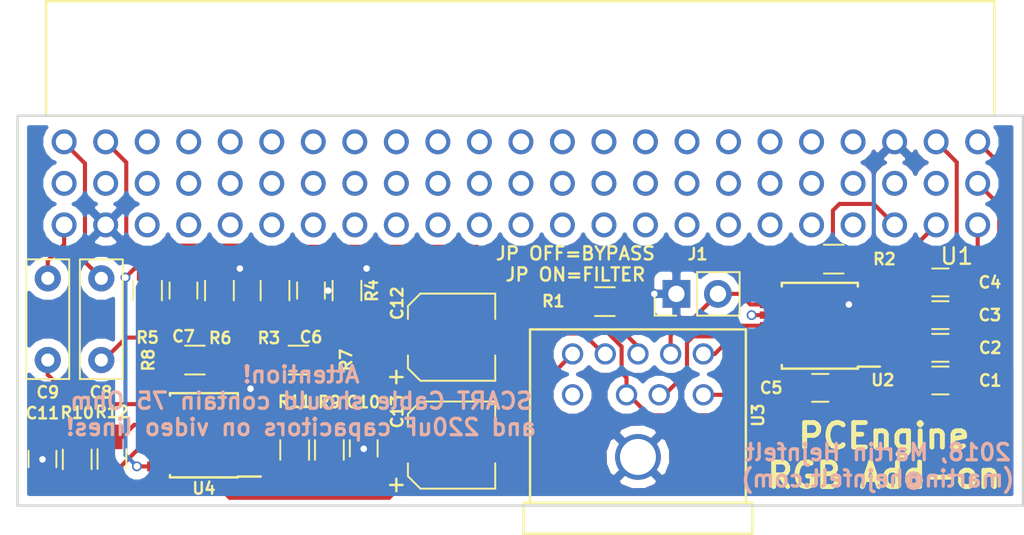
<source format=kicad_pcb>
(kicad_pcb (version 4) (host pcbnew 4.0.7-e2-6376~61~ubuntu18.04.1)

  (general
    (links 61)
    (no_connects 0)
    (area 115.674999 82.424999 177.325001 106.425001)
    (thickness 1.6)
    (drawings 10)
    (tracks 243)
    (zones 0)
    (modules 30)
    (nets 32)
  )

  (page A4)
  (layers
    (0 F.Cu signal)
    (31 B.Cu signal)
    (32 B.Adhes user)
    (33 F.Adhes user)
    (34 B.Paste user)
    (35 F.Paste user)
    (36 B.SilkS user)
    (37 F.SilkS user)
    (38 B.Mask user)
    (39 F.Mask user)
    (40 Dwgs.User user)
    (41 Cmts.User user)
    (42 Eco1.User user)
    (43 Eco2.User user)
    (44 Edge.Cuts user)
    (45 Margin user)
    (46 B.CrtYd user)
    (47 F.CrtYd user)
    (48 B.Fab user)
    (49 F.Fab user)
  )

  (setup
    (last_trace_width 0.25)
    (trace_clearance 0.2)
    (zone_clearance 0.508)
    (zone_45_only no)
    (trace_min 0.2)
    (segment_width 0.2)
    (edge_width 0.15)
    (via_size 0.6)
    (via_drill 0.4)
    (via_min_size 0.4)
    (via_min_drill 0.3)
    (uvia_size 0.3)
    (uvia_drill 0.1)
    (uvias_allowed no)
    (uvia_min_size 0.2)
    (uvia_min_drill 0.1)
    (pcb_text_width 0.3)
    (pcb_text_size 1.5 1.5)
    (mod_edge_width 0.15)
    (mod_text_size 1 1)
    (mod_text_width 0.15)
    (pad_size 1.524 1.524)
    (pad_drill 0.762)
    (pad_to_mask_clearance 0.2)
    (aux_axis_origin 0 0)
    (visible_elements FFFFFF7F)
    (pcbplotparams
      (layerselection 0x00030_80000001)
      (usegerberextensions false)
      (excludeedgelayer true)
      (linewidth 0.100000)
      (plotframeref false)
      (viasonmask false)
      (mode 1)
      (useauxorigin false)
      (hpglpennumber 1)
      (hpglpenspeed 20)
      (hpglpendiameter 15)
      (hpglpenoverlay 2)
      (psnegative false)
      (psa4output false)
      (plotreference true)
      (plotvalue true)
      (plotinvisibletext false)
      (padsonsilk false)
      (subtractmaskfromsilk false)
      (outputformat 1)
      (mirror false)
      (drillshape 1)
      (scaleselection 1)
      (outputdirectory ""))
  )

  (net 0 "")
  (net 1 "Net-(C1-Pad1)")
  (net 2 "Net-(C2-Pad1)")
  (net 3 "Net-(C3-Pad1)")
  (net 4 "Net-(J1-Pad2)")
  (net 5 /Sync)
  (net 6 /Blue)
  (net 7 /Green)
  (net 8 /Red)
  (net 9 /Blue_raw)
  (net 10 /Green_raw)
  (net 11 /Red_raw)
  (net 12 "Net-(C4-Pad1)")
  (net 13 /Video_raw)
  (net 14 "Net-(C6-Pad1)")
  (net 15 GNDA)
  (net 16 "Net-(C7-Pad1)")
  (net 17 "Net-(C10-Pad1)")
  (net 18 "Net-(C11-Pad1)")
  (net 19 /AudioLeftAmp)
  (net 20 /AudioRightAmp)
  (net 21 +5V)
  (net 22 "Net-(C8-Pad1)")
  (net 23 "Net-(C9-Pad1)")
  (net 24 "Net-(R11-Pad2)")
  (net 25 "Net-(R10-Pad1)")
  (net 26 /AudioRight)
  (net 27 /AudioLeft)
  (net 28 /Video)
  (net 29 "Net-(R2-Pad2)")
  (net 30 "Net-(C12-Pad1)")
  (net 31 "Net-(C13-Pad1)")

  (net_class Default "This is the default net class."
    (clearance 0.2)
    (trace_width 0.25)
    (via_dia 0.6)
    (via_drill 0.4)
    (uvia_dia 0.3)
    (uvia_drill 0.1)
    (add_net +5V)
    (add_net /AudioLeft)
    (add_net /AudioLeftAmp)
    (add_net /AudioRight)
    (add_net /AudioRightAmp)
    (add_net /Blue)
    (add_net /Blue_raw)
    (add_net /Green)
    (add_net /Green_raw)
    (add_net /Red)
    (add_net /Red_raw)
    (add_net /Sync)
    (add_net /Video)
    (add_net /Video_raw)
    (add_net GNDA)
    (add_net "Net-(C1-Pad1)")
    (add_net "Net-(C10-Pad1)")
    (add_net "Net-(C11-Pad1)")
    (add_net "Net-(C12-Pad1)")
    (add_net "Net-(C13-Pad1)")
    (add_net "Net-(C2-Pad1)")
    (add_net "Net-(C3-Pad1)")
    (add_net "Net-(C4-Pad1)")
    (add_net "Net-(C6-Pad1)")
    (add_net "Net-(C7-Pad1)")
    (add_net "Net-(C8-Pad1)")
    (add_net "Net-(C9-Pad1)")
    (add_net "Net-(J1-Pad2)")
    (add_net "Net-(R10-Pad1)")
    (add_net "Net-(R11-Pad2)")
    (add_net "Net-(R2-Pad2)")
  )

  (module pcengine-expansion:PCEngineExpansion (layer F.Cu) (tedit 5B93C949) (tstamp 5B8EEE3B)
    (at 146.5 86.5)
    (path /5B8EF83D)
    (fp_text reference U1 (at 26.7 4.6) (layer F.SilkS)
      (effects (font (size 1 1) (thickness 0.15)))
    )
    (fp_text value PCEngineExpansion (at 0 -8) (layer F.Fab)
      (effects (font (size 1 1) (thickness 0.15)))
    )
    (fp_line (start -29 -4) (end 29 -4) (layer F.SilkS) (width 0.15))
    (fp_line (start 29 -4) (end 29 -11) (layer F.SilkS) (width 0.15))
    (fp_line (start 29 -11) (end -29 -11) (layer F.SilkS) (width 0.15))
    (fp_line (start -29 -11) (end -29 -4) (layer F.SilkS) (width 0.15))
    (pad A1 thru_hole circle (at -27.9 -2.4) (size 1.524 1.524) (drill 1.016) (layers *.Cu *.Mask)
      (net 27 /AudioLeft))
    (pad A2 thru_hole circle (at -25.36 -2.4) (size 1.524 1.524) (drill 1.016) (layers *.Cu *.Mask)
      (net 21 +5V))
    (pad A3 thru_hole circle (at -22.82 -2.4) (size 1.524 1.524) (drill 1.016) (layers *.Cu *.Mask))
    (pad A4 thru_hole circle (at -20.28 -2.4) (size 1.524 1.524) (drill 1.016) (layers *.Cu *.Mask))
    (pad A5 thru_hole circle (at -17.74 -2.4) (size 1.524 1.524) (drill 1.016) (layers *.Cu *.Mask))
    (pad A6 thru_hole circle (at -15.2 -2.4) (size 1.524 1.524) (drill 1.016) (layers *.Cu *.Mask))
    (pad A7 thru_hole circle (at -12.66 -2.4) (size 1.524 1.524) (drill 1.016) (layers *.Cu *.Mask))
    (pad A8 thru_hole circle (at -10.12 -2.4) (size 1.524 1.524) (drill 1.016) (layers *.Cu *.Mask))
    (pad A9 thru_hole circle (at -7.58 -2.4) (size 1.524 1.524) (drill 1.016) (layers *.Cu *.Mask))
    (pad A10 thru_hole circle (at -5.04 -2.4) (size 1.524 1.524) (drill 1.016) (layers *.Cu *.Mask))
    (pad A11 thru_hole circle (at -2.5 -2.4) (size 1.524 1.524) (drill 1.016) (layers *.Cu *.Mask))
    (pad A12 thru_hole circle (at 0.04 -2.4) (size 1.524 1.524) (drill 1.016) (layers *.Cu *.Mask))
    (pad A13 thru_hole circle (at 2.58 -2.4) (size 1.524 1.524) (drill 1.016) (layers *.Cu *.Mask))
    (pad A14 thru_hole circle (at 5.12 -2.4) (size 1.524 1.524) (drill 1.016) (layers *.Cu *.Mask))
    (pad A15 thru_hole circle (at 7.66 -2.4) (size 1.524 1.524) (drill 1.016) (layers *.Cu *.Mask))
    (pad A16 thru_hole circle (at 10.2 -2.4) (size 1.524 1.524) (drill 1.016) (layers *.Cu *.Mask))
    (pad A17 thru_hole circle (at 12.74 -2.4) (size 1.524 1.524) (drill 1.016) (layers *.Cu *.Mask))
    (pad A18 thru_hole circle (at 15.28 -2.4) (size 1.524 1.524) (drill 1.016) (layers *.Cu *.Mask))
    (pad A19 thru_hole circle (at 17.82 -2.4) (size 1.524 1.524) (drill 1.016) (layers *.Cu *.Mask))
    (pad A20 thru_hole circle (at 20.36 -2.4) (size 1.524 1.524) (drill 1.016) (layers *.Cu *.Mask))
    (pad A21 thru_hole circle (at 22.9 -2.4) (size 1.524 1.524) (drill 1.016) (layers *.Cu *.Mask)
      (net 15 GNDA))
    (pad A22 thru_hole circle (at 25.44 -2.4) (size 1.524 1.524) (drill 1.016) (layers *.Cu *.Mask)
      (net 13 /Video_raw))
    (pad A23 thru_hole circle (at 27.98 -2.4) (size 1.524 1.524) (drill 1.016) (layers *.Cu *.Mask)
      (net 11 /Red_raw))
    (pad B1 thru_hole circle (at -27.9 0.14) (size 1.524 1.524) (drill 1.016) (layers *.Cu *.Mask))
    (pad B2 thru_hole circle (at -25.36 0.14) (size 1.524 1.524) (drill 1.016) (layers *.Cu *.Mask))
    (pad B3 thru_hole circle (at -22.82 0.14) (size 1.524 1.524) (drill 1.016) (layers *.Cu *.Mask))
    (pad B4 thru_hole circle (at -20.28 0.14) (size 1.524 1.524) (drill 1.016) (layers *.Cu *.Mask))
    (pad B5 thru_hole circle (at -17.74 0.14) (size 1.524 1.524) (drill 1.016) (layers *.Cu *.Mask))
    (pad B6 thru_hole circle (at -15.2 0.14) (size 1.524 1.524) (drill 1.016) (layers *.Cu *.Mask))
    (pad B7 thru_hole circle (at -12.66 0.14) (size 1.524 1.524) (drill 1.016) (layers *.Cu *.Mask))
    (pad B8 thru_hole circle (at -10.12 0.14) (size 1.524 1.524) (drill 1.016) (layers *.Cu *.Mask))
    (pad B9 thru_hole circle (at -7.58 0.14) (size 1.524 1.524) (drill 1.016) (layers *.Cu *.Mask))
    (pad B10 thru_hole circle (at -5.04 0.14) (size 1.524 1.524) (drill 1.016) (layers *.Cu *.Mask))
    (pad B11 thru_hole circle (at -2.5 0.14) (size 1.524 1.524) (drill 1.016) (layers *.Cu *.Mask))
    (pad B12 thru_hole circle (at 0.04 0.14) (size 1.524 1.524) (drill 1.016) (layers *.Cu *.Mask))
    (pad B13 thru_hole circle (at 2.58 0.14) (size 1.524 1.524) (drill 1.016) (layers *.Cu *.Mask))
    (pad B14 thru_hole circle (at 5.12 0.14) (size 1.524 1.524) (drill 1.016) (layers *.Cu *.Mask))
    (pad B15 thru_hole circle (at 7.66 0.14) (size 1.524 1.524) (drill 1.016) (layers *.Cu *.Mask))
    (pad B16 thru_hole circle (at 10.2 0.14) (size 1.524 1.524) (drill 1.016) (layers *.Cu *.Mask))
    (pad B17 thru_hole circle (at 12.74 0.14) (size 1.524 1.524) (drill 1.016) (layers *.Cu *.Mask))
    (pad B18 thru_hole circle (at 15.28 0.14) (size 1.524 1.524) (drill 1.016) (layers *.Cu *.Mask))
    (pad B19 thru_hole circle (at 17.82 0.14) (size 1.524 1.524) (drill 1.016) (layers *.Cu *.Mask))
    (pad B20 thru_hole circle (at 20.36 0.14) (size 1.524 1.524) (drill 1.016) (layers *.Cu *.Mask))
    (pad B21 thru_hole circle (at 22.9 0.14) (size 1.524 1.524) (drill 1.016) (layers *.Cu *.Mask))
    (pad B22 thru_hole circle (at 25.44 0.14) (size 1.524 1.524) (drill 1.016) (layers *.Cu *.Mask))
    (pad B23 thru_hole circle (at 27.98 0.14) (size 1.524 1.524) (drill 1.016) (layers *.Cu *.Mask)
      (net 10 /Green_raw))
    (pad C1 thru_hole circle (at -27.9 2.68) (size 1.524 1.524) (drill 1.016) (layers *.Cu *.Mask)
      (net 26 /AudioRight))
    (pad C2 thru_hole circle (at -25.36 2.68) (size 1.524 1.524) (drill 1.016) (layers *.Cu *.Mask)
      (net 15 GNDA))
    (pad C3 thru_hole circle (at -22.82 2.68) (size 1.524 1.524) (drill 1.016) (layers *.Cu *.Mask))
    (pad C4 thru_hole circle (at -20.28 2.68) (size 1.524 1.524) (drill 1.016) (layers *.Cu *.Mask))
    (pad C5 thru_hole circle (at -17.74 2.68) (size 1.524 1.524) (drill 1.016) (layers *.Cu *.Mask))
    (pad C6 thru_hole circle (at -15.2 2.68) (size 1.524 1.524) (drill 1.016) (layers *.Cu *.Mask))
    (pad C7 thru_hole circle (at -12.66 2.68) (size 1.524 1.524) (drill 1.016) (layers *.Cu *.Mask))
    (pad C8 thru_hole circle (at -10.12 2.68) (size 1.524 1.524) (drill 1.016) (layers *.Cu *.Mask))
    (pad C9 thru_hole circle (at -7.58 2.68) (size 1.524 1.524) (drill 1.016) (layers *.Cu *.Mask))
    (pad C10 thru_hole circle (at -5.04 2.68) (size 1.524 1.524) (drill 1.016) (layers *.Cu *.Mask))
    (pad C11 thru_hole circle (at -2.5 2.68) (size 1.524 1.524) (drill 1.016) (layers *.Cu *.Mask))
    (pad C12 thru_hole circle (at 0.04 2.68) (size 1.524 1.524) (drill 1.016) (layers *.Cu *.Mask))
    (pad C13 thru_hole circle (at 2.58 2.68) (size 1.524 1.524) (drill 1.016) (layers *.Cu *.Mask))
    (pad C14 thru_hole circle (at 5.12 2.68) (size 1.524 1.524) (drill 1.016) (layers *.Cu *.Mask))
    (pad C15 thru_hole circle (at 7.66 2.68) (size 1.524 1.524) (drill 1.016) (layers *.Cu *.Mask))
    (pad C16 thru_hole circle (at 10.2 2.68) (size 1.524 1.524) (drill 1.016) (layers *.Cu *.Mask))
    (pad C17 thru_hole circle (at 12.74 2.68) (size 1.524 1.524) (drill 1.016) (layers *.Cu *.Mask))
    (pad C18 thru_hole circle (at 15.28 2.68) (size 1.524 1.524) (drill 1.016) (layers *.Cu *.Mask))
    (pad C19 thru_hole circle (at 17.82 2.68) (size 1.524 1.524) (drill 1.016) (layers *.Cu *.Mask))
    (pad C20 thru_hole circle (at 20.36 2.68) (size 1.524 1.524) (drill 1.016) (layers *.Cu *.Mask))
    (pad C21 thru_hole circle (at 22.9 2.68) (size 1.524 1.524) (drill 1.016) (layers *.Cu *.Mask)
      (net 21 +5V))
    (pad C22 thru_hole circle (at 25.44 2.68) (size 1.524 1.524) (drill 1.016) (layers *.Cu *.Mask)
      (net 29 "Net-(R2-Pad2)"))
    (pad C23 thru_hole circle (at 27.98 2.68) (size 1.524 1.524) (drill 1.016) (layers *.Cu *.Mask)
      (net 9 /Blue_raw))
    (model /home/martin/Documents/SSQ-123-02-T-T-RA.wrl
      (at (xyz 0.001 0.155 0.15))
      (scale (xyz 0.394 0.394 0.394))
      (rotate (xyz 180 0 180))
    )
  )

  (module mini-din:MINI-DIN-9PIN (layer F.Cu) (tedit 5B92D60C) (tstamp 5B8EEE5B)
    (at 153.7 97.075 180)
    (path /5B8ECE57)
    (fp_text reference U3 (at -7.35 -3.75 270) (layer F.SilkS)
      (effects (font (size 0.7 0.7) (thickness 0.15)))
    )
    (fp_text value Mini-DIN-9-Pin (at 0 -10.1 180) (layer F.Fab)
      (effects (font (size 1 1) (thickness 0.15)))
    )
    (fp_line (start 6.6 -9.1) (end 6.6 1.5) (layer F.SilkS) (width 0.15))
    (fp_line (start 6.6 1.5) (end -3.2 1.5) (layer F.SilkS) (width 0.15))
    (fp_line (start -3.2 1.5) (end -6.6 1.5) (layer F.SilkS) (width 0.15))
    (fp_line (start -6.6 -9.1) (end -6.6 1.5) (layer F.SilkS) (width 0.15))
    (fp_line (start -7 -9.1) (end 7 -9.1) (layer F.SilkS) (width 0.15))
    (fp_line (start 7 -9.1) (end 7 -11) (layer F.SilkS) (width 0.15))
    (fp_line (start -7 -9.1) (end -7 -11) (layer F.SilkS) (width 0.15))
    (fp_line (start -7 -11) (end 7 -11) (layer F.SilkS) (width 0.15))
    (pad 5 thru_hole circle (at 0 0 180) (size 1.3 1.3) (drill 0.9) (layers *.Cu *.Mask)
      (net 5 /Sync))
    (pad 8 thru_hole circle (at 2 0 180) (size 1.3 1.3) (drill 0.9) (layers *.Cu *.Mask)
      (net 19 /AudioLeftAmp))
    (pad 4 thru_hole circle (at -2 0 180) (size 1.3 1.3) (drill 0.9) (layers *.Cu *.Mask)
      (net 28 /Video))
    (pad 9 thru_hole circle (at 4 0 180) (size 1.3 1.3) (drill 0.9) (layers *.Cu *.Mask)
      (net 20 /AudioRightAmp))
    (pad 7 thru_hole circle (at -4 0 180) (size 1.3 1.3) (drill 0.9) (layers *.Cu *.Mask)
      (net 8 /Red))
    (pad 2 thru_hole circle (at 0.7 -2.5 180) (size 1.3 1.3) (drill 0.9) (layers *.Cu *.Mask)
      (net 21 +5V))
    (pad 1 thru_hole circle (at -1.3 -2.5 180) (size 1.3 1.3) (drill 0.9) (layers *.Cu *.Mask)
      (net 6 /Blue))
    (pad 3 thru_hole circle (at -4 -2.5 180) (size 1.3 1.3) (drill 0.9) (layers *.Cu *.Mask)
      (net 7 /Green))
    (pad 6 thru_hole circle (at 4 -2.5 180) (size 1.3 1.3) (drill 0.9) (layers *.Cu *.Mask))
    (pad SH thru_hole circle (at 0 -6.3 180) (size 2.8 2.8) (drill 2.2) (layers *.Cu *.Mask)
      (net 15 GNDA))
    (model /home/martin/Downloads/MD-90S.wrl
      (at (xyz 0 0.43 0.25))
      (scale (xyz 0.39 0.39 0.39))
      (rotate (xyz 270 0 -90))
    )
  )

  (module Capacitors_SMD:C_0805_HandSoldering (layer F.Cu) (tedit 5B918334) (tstamp 5B8EEDDA)
    (at 172.2 98.7)
    (descr "Capacitor SMD 0805, hand soldering")
    (tags "capacitor 0805")
    (path /5B8EFC82)
    (attr smd)
    (fp_text reference C1 (at 3.05 0) (layer F.SilkS)
      (effects (font (size 0.7 0.7) (thickness 0.15)))
    )
    (fp_text value 0.1uF (at 0 1.75) (layer F.Fab)
      (effects (font (size 1 1) (thickness 0.15)))
    )
    (fp_text user %R (at 0 -1.75) (layer F.Fab)
      (effects (font (size 1 1) (thickness 0.15)))
    )
    (fp_line (start -1 0.62) (end -1 -0.62) (layer F.Fab) (width 0.1))
    (fp_line (start 1 0.62) (end -1 0.62) (layer F.Fab) (width 0.1))
    (fp_line (start 1 -0.62) (end 1 0.62) (layer F.Fab) (width 0.1))
    (fp_line (start -1 -0.62) (end 1 -0.62) (layer F.Fab) (width 0.1))
    (fp_line (start 0.5 -0.85) (end -0.5 -0.85) (layer F.SilkS) (width 0.12))
    (fp_line (start -0.5 0.85) (end 0.5 0.85) (layer F.SilkS) (width 0.12))
    (fp_line (start -2.25 -0.88) (end 2.25 -0.88) (layer F.CrtYd) (width 0.05))
    (fp_line (start -2.25 -0.88) (end -2.25 0.87) (layer F.CrtYd) (width 0.05))
    (fp_line (start 2.25 0.87) (end 2.25 -0.88) (layer F.CrtYd) (width 0.05))
    (fp_line (start 2.25 0.87) (end -2.25 0.87) (layer F.CrtYd) (width 0.05))
    (pad 1 smd rect (at -1.25 0) (size 1.5 1.25) (layers F.Cu F.Paste F.Mask)
      (net 1 "Net-(C1-Pad1)"))
    (pad 2 smd rect (at 1.25 0) (size 1.5 1.25) (layers F.Cu F.Paste F.Mask)
      (net 11 /Red_raw))
    (model Capacitors_SMD.3dshapes/C_0805.wrl
      (at (xyz 0 0 0))
      (scale (xyz 1 1 1))
      (rotate (xyz 0 0 0))
    )
  )

  (module Capacitors_SMD:C_0805_HandSoldering (layer F.Cu) (tedit 5B918330) (tstamp 5B8EEDE0)
    (at 172.2 96.7)
    (descr "Capacitor SMD 0805, hand soldering")
    (tags "capacitor 0805")
    (path /5B8EFD09)
    (attr smd)
    (fp_text reference C2 (at 3.05 0) (layer F.SilkS)
      (effects (font (size 0.7 0.7) (thickness 0.15)))
    )
    (fp_text value 0.1uF (at 0 1.75) (layer F.Fab)
      (effects (font (size 1 1) (thickness 0.15)))
    )
    (fp_text user %R (at 0 -1.75) (layer F.Fab)
      (effects (font (size 1 1) (thickness 0.15)))
    )
    (fp_line (start -1 0.62) (end -1 -0.62) (layer F.Fab) (width 0.1))
    (fp_line (start 1 0.62) (end -1 0.62) (layer F.Fab) (width 0.1))
    (fp_line (start 1 -0.62) (end 1 0.62) (layer F.Fab) (width 0.1))
    (fp_line (start -1 -0.62) (end 1 -0.62) (layer F.Fab) (width 0.1))
    (fp_line (start 0.5 -0.85) (end -0.5 -0.85) (layer F.SilkS) (width 0.12))
    (fp_line (start -0.5 0.85) (end 0.5 0.85) (layer F.SilkS) (width 0.12))
    (fp_line (start -2.25 -0.88) (end 2.25 -0.88) (layer F.CrtYd) (width 0.05))
    (fp_line (start -2.25 -0.88) (end -2.25 0.87) (layer F.CrtYd) (width 0.05))
    (fp_line (start 2.25 0.87) (end 2.25 -0.88) (layer F.CrtYd) (width 0.05))
    (fp_line (start 2.25 0.87) (end -2.25 0.87) (layer F.CrtYd) (width 0.05))
    (pad 1 smd rect (at -1.25 0) (size 1.5 1.25) (layers F.Cu F.Paste F.Mask)
      (net 2 "Net-(C2-Pad1)"))
    (pad 2 smd rect (at 1.25 0) (size 1.5 1.25) (layers F.Cu F.Paste F.Mask)
      (net 10 /Green_raw))
    (model Capacitors_SMD.3dshapes/C_0805.wrl
      (at (xyz 0 0 0))
      (scale (xyz 1 1 1))
      (rotate (xyz 0 0 0))
    )
  )

  (module Capacitors_SMD:C_0805_HandSoldering (layer F.Cu) (tedit 5B918341) (tstamp 5B8EEDE6)
    (at 172.2 94.7)
    (descr "Capacitor SMD 0805, hand soldering")
    (tags "capacitor 0805")
    (path /5B8EFD55)
    (attr smd)
    (fp_text reference C3 (at 3.025 0) (layer F.SilkS)
      (effects (font (size 0.7 0.7) (thickness 0.15)))
    )
    (fp_text value 0.1uF (at 0 1.75) (layer F.Fab)
      (effects (font (size 1 1) (thickness 0.15)))
    )
    (fp_text user %R (at 0 -1.75) (layer F.Fab)
      (effects (font (size 1 1) (thickness 0.15)))
    )
    (fp_line (start -1 0.62) (end -1 -0.62) (layer F.Fab) (width 0.1))
    (fp_line (start 1 0.62) (end -1 0.62) (layer F.Fab) (width 0.1))
    (fp_line (start 1 -0.62) (end 1 0.62) (layer F.Fab) (width 0.1))
    (fp_line (start -1 -0.62) (end 1 -0.62) (layer F.Fab) (width 0.1))
    (fp_line (start 0.5 -0.85) (end -0.5 -0.85) (layer F.SilkS) (width 0.12))
    (fp_line (start -0.5 0.85) (end 0.5 0.85) (layer F.SilkS) (width 0.12))
    (fp_line (start -2.25 -0.88) (end 2.25 -0.88) (layer F.CrtYd) (width 0.05))
    (fp_line (start -2.25 -0.88) (end -2.25 0.87) (layer F.CrtYd) (width 0.05))
    (fp_line (start 2.25 0.87) (end 2.25 -0.88) (layer F.CrtYd) (width 0.05))
    (fp_line (start 2.25 0.87) (end -2.25 0.87) (layer F.CrtYd) (width 0.05))
    (pad 1 smd rect (at -1.25 0) (size 1.5 1.25) (layers F.Cu F.Paste F.Mask)
      (net 3 "Net-(C3-Pad1)"))
    (pad 2 smd rect (at 1.25 0) (size 1.5 1.25) (layers F.Cu F.Paste F.Mask)
      (net 9 /Blue_raw))
    (model Capacitors_SMD.3dshapes/C_0805.wrl
      (at (xyz 0 0 0))
      (scale (xyz 1 1 1))
      (rotate (xyz 0 0 0))
    )
  )

  (module Pin_Headers:Pin_Header_Straight_1x02_Pitch2.54mm (layer F.Cu) (tedit 5B9198B0) (tstamp 5B8EEDEC)
    (at 156.05 93.4 90)
    (descr "Through hole straight pin header, 1x02, 2.54mm pitch, single row")
    (tags "Through hole pin header THT 1x02 2.54mm single row")
    (path /5B8F0325)
    (fp_text reference J1 (at 2.425 1.3 180) (layer F.SilkS)
      (effects (font (size 0.7 0.7) (thickness 0.15)))
    )
    (fp_text value Conn_01x02_Male (at 0 4.87 90) (layer F.Fab)
      (effects (font (size 1 1) (thickness 0.15)))
    )
    (fp_line (start -0.635 -1.27) (end 1.27 -1.27) (layer F.Fab) (width 0.1))
    (fp_line (start 1.27 -1.27) (end 1.27 3.81) (layer F.Fab) (width 0.1))
    (fp_line (start 1.27 3.81) (end -1.27 3.81) (layer F.Fab) (width 0.1))
    (fp_line (start -1.27 3.81) (end -1.27 -0.635) (layer F.Fab) (width 0.1))
    (fp_line (start -1.27 -0.635) (end -0.635 -1.27) (layer F.Fab) (width 0.1))
    (fp_line (start -1.33 3.87) (end 1.33 3.87) (layer F.SilkS) (width 0.12))
    (fp_line (start -1.33 1.27) (end -1.33 3.87) (layer F.SilkS) (width 0.12))
    (fp_line (start 1.33 1.27) (end 1.33 3.87) (layer F.SilkS) (width 0.12))
    (fp_line (start -1.33 1.27) (end 1.33 1.27) (layer F.SilkS) (width 0.12))
    (fp_line (start -1.33 0) (end -1.33 -1.33) (layer F.SilkS) (width 0.12))
    (fp_line (start -1.33 -1.33) (end 0 -1.33) (layer F.SilkS) (width 0.12))
    (fp_line (start -1.8 -1.8) (end -1.8 4.35) (layer F.CrtYd) (width 0.05))
    (fp_line (start -1.8 4.35) (end 1.8 4.35) (layer F.CrtYd) (width 0.05))
    (fp_line (start 1.8 4.35) (end 1.8 -1.8) (layer F.CrtYd) (width 0.05))
    (fp_line (start 1.8 -1.8) (end -1.8 -1.8) (layer F.CrtYd) (width 0.05))
    (fp_text user %R (at 0 1.27 180) (layer F.Fab)
      (effects (font (size 1 1) (thickness 0.15)))
    )
    (pad 1 thru_hole rect (at 0 0 90) (size 1.7 1.7) (drill 1) (layers *.Cu *.Mask)
      (net 15 GNDA))
    (pad 2 thru_hole oval (at 0 2.54 90) (size 1.7 1.7) (drill 1) (layers *.Cu *.Mask)
      (net 4 "Net-(J1-Pad2)"))
    (model ${KISYS3DMOD}/Pin_Headers.3dshapes/Pin_Header_Straight_1x02_Pitch2.54mm.wrl
      (at (xyz 0 0 0))
      (scale (xyz 1 1 1))
      (rotate (xyz 0 0 0))
    )
  )

  (module Resistors_SMD:R_0805_HandSoldering (layer F.Cu) (tedit 5B91904D) (tstamp 5B8EEDF2)
    (at 151.675 93.875)
    (descr "Resistor SMD 0805, hand soldering")
    (tags "resistor 0805")
    (path /5B8F0295)
    (attr smd)
    (fp_text reference R1 (at -3.15 -0.025) (layer F.SilkS)
      (effects (font (size 0.7 0.7) (thickness 0.15)))
    )
    (fp_text value 10K (at 0 1.75) (layer F.Fab)
      (effects (font (size 1 1) (thickness 0.15)))
    )
    (fp_text user %R (at 0 0) (layer F.Fab)
      (effects (font (size 0.5 0.5) (thickness 0.075)))
    )
    (fp_line (start -1 0.62) (end -1 -0.62) (layer F.Fab) (width 0.1))
    (fp_line (start 1 0.62) (end -1 0.62) (layer F.Fab) (width 0.1))
    (fp_line (start 1 -0.62) (end 1 0.62) (layer F.Fab) (width 0.1))
    (fp_line (start -1 -0.62) (end 1 -0.62) (layer F.Fab) (width 0.1))
    (fp_line (start 0.6 0.88) (end -0.6 0.88) (layer F.SilkS) (width 0.12))
    (fp_line (start -0.6 -0.88) (end 0.6 -0.88) (layer F.SilkS) (width 0.12))
    (fp_line (start -2.35 -0.9) (end 2.35 -0.9) (layer F.CrtYd) (width 0.05))
    (fp_line (start -2.35 -0.9) (end -2.35 0.9) (layer F.CrtYd) (width 0.05))
    (fp_line (start 2.35 0.9) (end 2.35 -0.9) (layer F.CrtYd) (width 0.05))
    (fp_line (start 2.35 0.9) (end -2.35 0.9) (layer F.CrtYd) (width 0.05))
    (pad 1 smd rect (at -1.35 0) (size 1.5 1.3) (layers F.Cu F.Paste F.Mask)
      (net 21 +5V))
    (pad 2 smd rect (at 1.35 0) (size 1.5 1.3) (layers F.Cu F.Paste F.Mask)
      (net 4 "Net-(J1-Pad2)"))
    (model ${KISYS3DMOD}/Resistors_SMD.3dshapes/R_0805.wrl
      (at (xyz 0 0 0))
      (scale (xyz 1 1 1))
      (rotate (xyz 0 0 0))
    )
  )

  (module Housings_SSOP:TSSOP-14_4.4x5mm_Pitch0.65mm (layer F.Cu) (tedit 5B92CFE1) (tstamp 5B8EEE4D)
    (at 164.825 95.35 180)
    (descr "14-Lead Plastic Thin Shrink Small Outline (ST)-4.4 mm Body [TSSOP] (see Microchip Packaging Specification 00000049BS.pdf)")
    (tags "SSOP 0.65")
    (path /5B8EFB9D)
    (attr smd)
    (fp_text reference U2 (at -3.85 -3.325 360) (layer F.SilkS)
      (effects (font (size 0.7 0.7) (thickness 0.15)))
    )
    (fp_text value THS7374 (at 0 3.55 180) (layer F.Fab)
      (effects (font (size 1 1) (thickness 0.15)))
    )
    (fp_line (start -1.2 -2.5) (end 2.2 -2.5) (layer F.Fab) (width 0.15))
    (fp_line (start 2.2 -2.5) (end 2.2 2.5) (layer F.Fab) (width 0.15))
    (fp_line (start 2.2 2.5) (end -2.2 2.5) (layer F.Fab) (width 0.15))
    (fp_line (start -2.2 2.5) (end -2.2 -1.5) (layer F.Fab) (width 0.15))
    (fp_line (start -2.2 -1.5) (end -1.2 -2.5) (layer F.Fab) (width 0.15))
    (fp_line (start -3.95 -2.8) (end -3.95 2.8) (layer F.CrtYd) (width 0.05))
    (fp_line (start 3.95 -2.8) (end 3.95 2.8) (layer F.CrtYd) (width 0.05))
    (fp_line (start -3.95 -2.8) (end 3.95 -2.8) (layer F.CrtYd) (width 0.05))
    (fp_line (start -3.95 2.8) (end 3.95 2.8) (layer F.CrtYd) (width 0.05))
    (fp_line (start -2.325 -2.625) (end -2.325 -2.5) (layer F.SilkS) (width 0.15))
    (fp_line (start 2.325 -2.625) (end 2.325 -2.4) (layer F.SilkS) (width 0.15))
    (fp_line (start 2.325 2.625) (end 2.325 2.4) (layer F.SilkS) (width 0.15))
    (fp_line (start -2.325 2.625) (end -2.325 2.4) (layer F.SilkS) (width 0.15))
    (fp_line (start -2.325 -2.625) (end 2.325 -2.625) (layer F.SilkS) (width 0.15))
    (fp_line (start -2.325 2.625) (end 2.325 2.625) (layer F.SilkS) (width 0.15))
    (fp_line (start -2.325 -2.5) (end -3.675 -2.5) (layer F.SilkS) (width 0.15))
    (fp_text user %R (at 0 0 180) (layer F.Fab)
      (effects (font (size 0.8 0.8) (thickness 0.15)))
    )
    (pad 1 smd rect (at -2.95 -1.95 180) (size 1.45 0.45) (layers F.Cu F.Paste F.Mask)
      (net 1 "Net-(C1-Pad1)"))
    (pad 2 smd rect (at -2.95 -1.3 180) (size 1.45 0.45) (layers F.Cu F.Paste F.Mask)
      (net 2 "Net-(C2-Pad1)"))
    (pad 3 smd rect (at -2.95 -0.65 180) (size 1.45 0.45) (layers F.Cu F.Paste F.Mask)
      (net 3 "Net-(C3-Pad1)"))
    (pad 4 smd rect (at -2.95 0 180) (size 1.45 0.45) (layers F.Cu F.Paste F.Mask)
      (net 12 "Net-(C4-Pad1)"))
    (pad 5 smd rect (at -2.95 0.65 180) (size 1.45 0.45) (layers F.Cu F.Paste F.Mask)
      (net 15 GNDA))
    (pad 6 smd rect (at -2.95 1.3 180) (size 1.45 0.45) (layers F.Cu F.Paste F.Mask)
      (net 15 GNDA))
    (pad 7 smd rect (at -2.95 1.95 180) (size 1.45 0.45) (layers F.Cu F.Paste F.Mask))
    (pad 8 smd rect (at 2.95 1.95 180) (size 1.45 0.45) (layers F.Cu F.Paste F.Mask))
    (pad 9 smd rect (at 2.95 1.3 180) (size 1.45 0.45) (layers F.Cu F.Paste F.Mask)
      (net 4 "Net-(J1-Pad2)"))
    (pad 10 smd rect (at 2.95 0.65 180) (size 1.45 0.45) (layers F.Cu F.Paste F.Mask)
      (net 21 +5V))
    (pad 11 smd rect (at 2.95 0 180) (size 1.45 0.45) (layers F.Cu F.Paste F.Mask)
      (net 28 /Video))
    (pad 12 smd rect (at 2.95 -0.65 180) (size 1.45 0.45) (layers F.Cu F.Paste F.Mask)
      (net 6 /Blue))
    (pad 13 smd rect (at 2.95 -1.3 180) (size 1.45 0.45) (layers F.Cu F.Paste F.Mask)
      (net 7 /Green))
    (pad 14 smd rect (at 2.95 -1.95 180) (size 1.45 0.45) (layers F.Cu F.Paste F.Mask)
      (net 8 /Red))
    (model ${KISYS3DMOD}/Housings_SSOP.3dshapes/TSSOP-14_4.4x5mm_Pitch0.65mm.wrl
      (at (xyz 0 0 0))
      (scale (xyz 1 1 1))
      (rotate (xyz 0 0 0))
    )
  )

  (module Capacitors_SMD:C_0805_HandSoldering (layer F.Cu) (tedit 5B91834B) (tstamp 5B9045BC)
    (at 172.2 92.7)
    (descr "Capacitor SMD 0805, hand soldering")
    (tags "capacitor 0805")
    (path /5B903C2D)
    (attr smd)
    (fp_text reference C4 (at 3.025 0) (layer F.SilkS)
      (effects (font (size 0.7 0.7) (thickness 0.15)))
    )
    (fp_text value 0.1uF (at 0 1.75) (layer F.Fab)
      (effects (font (size 1 1) (thickness 0.15)))
    )
    (fp_text user %R (at 0 -1.75) (layer F.Fab)
      (effects (font (size 1 1) (thickness 0.15)))
    )
    (fp_line (start -1 0.62) (end -1 -0.62) (layer F.Fab) (width 0.1))
    (fp_line (start 1 0.62) (end -1 0.62) (layer F.Fab) (width 0.1))
    (fp_line (start 1 -0.62) (end 1 0.62) (layer F.Fab) (width 0.1))
    (fp_line (start -1 -0.62) (end 1 -0.62) (layer F.Fab) (width 0.1))
    (fp_line (start 0.5 -0.85) (end -0.5 -0.85) (layer F.SilkS) (width 0.12))
    (fp_line (start -0.5 0.85) (end 0.5 0.85) (layer F.SilkS) (width 0.12))
    (fp_line (start -2.25 -0.88) (end 2.25 -0.88) (layer F.CrtYd) (width 0.05))
    (fp_line (start -2.25 -0.88) (end -2.25 0.87) (layer F.CrtYd) (width 0.05))
    (fp_line (start 2.25 0.87) (end 2.25 -0.88) (layer F.CrtYd) (width 0.05))
    (fp_line (start 2.25 0.87) (end -2.25 0.87) (layer F.CrtYd) (width 0.05))
    (pad 1 smd rect (at -1.25 0) (size 1.5 1.25) (layers F.Cu F.Paste F.Mask)
      (net 12 "Net-(C4-Pad1)"))
    (pad 2 smd rect (at 1.25 0) (size 1.5 1.25) (layers F.Cu F.Paste F.Mask)
      (net 13 /Video_raw))
    (model Capacitors_SMD.3dshapes/C_0805.wrl
      (at (xyz 0 0 0))
      (scale (xyz 1 1 1))
      (rotate (xyz 0 0 0))
    )
  )

  (module Capacitors_SMD:C_0805_HandSoldering (layer F.Cu) (tedit 5B943B5F) (tstamp 5B9045C2)
    (at 133.7 93.2 90)
    (descr "Capacitor SMD 0805, hand soldering")
    (tags "capacitor 0805")
    (path /5B906360)
    (attr smd)
    (fp_text reference C6 (at -2.85 0 180) (layer F.SilkS)
      (effects (font (size 0.7 0.7) (thickness 0.15)))
    )
    (fp_text value 2.2uF (at 0 1.75 90) (layer F.Fab)
      (effects (font (size 1 1) (thickness 0.15)))
    )
    (fp_text user %R (at 0 -1.75 90) (layer F.Fab)
      (effects (font (size 1 1) (thickness 0.15)))
    )
    (fp_line (start -1 0.62) (end -1 -0.62) (layer F.Fab) (width 0.1))
    (fp_line (start 1 0.62) (end -1 0.62) (layer F.Fab) (width 0.1))
    (fp_line (start 1 -0.62) (end 1 0.62) (layer F.Fab) (width 0.1))
    (fp_line (start -1 -0.62) (end 1 -0.62) (layer F.Fab) (width 0.1))
    (fp_line (start 0.5 -0.85) (end -0.5 -0.85) (layer F.SilkS) (width 0.12))
    (fp_line (start -0.5 0.85) (end 0.5 0.85) (layer F.SilkS) (width 0.12))
    (fp_line (start -2.25 -0.88) (end 2.25 -0.88) (layer F.CrtYd) (width 0.05))
    (fp_line (start -2.25 -0.88) (end -2.25 0.87) (layer F.CrtYd) (width 0.05))
    (fp_line (start 2.25 0.87) (end 2.25 -0.88) (layer F.CrtYd) (width 0.05))
    (fp_line (start 2.25 0.87) (end -2.25 0.87) (layer F.CrtYd) (width 0.05))
    (pad 1 smd rect (at -1.25 0 90) (size 1.5 1.25) (layers F.Cu F.Paste F.Mask)
      (net 14 "Net-(C6-Pad1)"))
    (pad 2 smd rect (at 1.25 0 90) (size 1.5 1.25) (layers F.Cu F.Paste F.Mask)
      (net 15 GNDA))
    (model Capacitors_SMD.3dshapes/C_0805.wrl
      (at (xyz 0 0 0))
      (scale (xyz 1 1 1))
      (rotate (xyz 0 0 0))
    )
  )

  (module Capacitors_SMD:C_0805_HandSoldering (layer F.Cu) (tedit 5B917C41) (tstamp 5B9045C8)
    (at 125.9 93.2 90)
    (descr "Capacitor SMD 0805, hand soldering")
    (tags "capacitor 0805")
    (path /5B90478E)
    (attr smd)
    (fp_text reference C7 (at -2.8 0 180) (layer F.SilkS)
      (effects (font (size 0.7 0.7) (thickness 0.15)))
    )
    (fp_text value 2.2uF (at 0 1.75 90) (layer F.Fab)
      (effects (font (size 1 1) (thickness 0.15)))
    )
    (fp_text user %R (at 0 -1.75 90) (layer F.Fab)
      (effects (font (size 1 1) (thickness 0.15)))
    )
    (fp_line (start -1 0.62) (end -1 -0.62) (layer F.Fab) (width 0.1))
    (fp_line (start 1 0.62) (end -1 0.62) (layer F.Fab) (width 0.1))
    (fp_line (start 1 -0.62) (end 1 0.62) (layer F.Fab) (width 0.1))
    (fp_line (start -1 -0.62) (end 1 -0.62) (layer F.Fab) (width 0.1))
    (fp_line (start 0.5 -0.85) (end -0.5 -0.85) (layer F.SilkS) (width 0.12))
    (fp_line (start -0.5 0.85) (end 0.5 0.85) (layer F.SilkS) (width 0.12))
    (fp_line (start -2.25 -0.88) (end 2.25 -0.88) (layer F.CrtYd) (width 0.05))
    (fp_line (start -2.25 -0.88) (end -2.25 0.87) (layer F.CrtYd) (width 0.05))
    (fp_line (start 2.25 0.87) (end 2.25 -0.88) (layer F.CrtYd) (width 0.05))
    (fp_line (start 2.25 0.87) (end -2.25 0.87) (layer F.CrtYd) (width 0.05))
    (pad 1 smd rect (at -1.25 0 90) (size 1.5 1.25) (layers F.Cu F.Paste F.Mask)
      (net 16 "Net-(C7-Pad1)"))
    (pad 2 smd rect (at 1.25 0 90) (size 1.5 1.25) (layers F.Cu F.Paste F.Mask)
      (net 15 GNDA))
    (model Capacitors_SMD.3dshapes/C_0805.wrl
      (at (xyz 0 0 0))
      (scale (xyz 1 1 1))
      (rotate (xyz 0 0 0))
    )
  )

  (module Capacitors_SMD:C_0805_HandSoldering (layer F.Cu) (tedit 5B943AFB) (tstamp 5B9045CE)
    (at 136.925 102.85 270)
    (descr "Capacitor SMD 0805, hand soldering")
    (tags "capacitor 0805")
    (path /5B90639D)
    (attr smd)
    (fp_text reference C10 (at -2.825 0.025 360) (layer F.SilkS)
      (effects (font (size 0.7 0.7) (thickness 0.15)))
    )
    (fp_text value 1uF (at 0 1.75 270) (layer F.Fab)
      (effects (font (size 1 1) (thickness 0.15)))
    )
    (fp_text user %R (at 0 -1.75 270) (layer F.Fab)
      (effects (font (size 1 1) (thickness 0.15)))
    )
    (fp_line (start -1 0.62) (end -1 -0.62) (layer F.Fab) (width 0.1))
    (fp_line (start 1 0.62) (end -1 0.62) (layer F.Fab) (width 0.1))
    (fp_line (start 1 -0.62) (end 1 0.62) (layer F.Fab) (width 0.1))
    (fp_line (start -1 -0.62) (end 1 -0.62) (layer F.Fab) (width 0.1))
    (fp_line (start 0.5 -0.85) (end -0.5 -0.85) (layer F.SilkS) (width 0.12))
    (fp_line (start -0.5 0.85) (end 0.5 0.85) (layer F.SilkS) (width 0.12))
    (fp_line (start -2.25 -0.88) (end 2.25 -0.88) (layer F.CrtYd) (width 0.05))
    (fp_line (start -2.25 -0.88) (end -2.25 0.87) (layer F.CrtYd) (width 0.05))
    (fp_line (start 2.25 0.87) (end 2.25 -0.88) (layer F.CrtYd) (width 0.05))
    (fp_line (start 2.25 0.87) (end -2.25 0.87) (layer F.CrtYd) (width 0.05))
    (pad 1 smd rect (at -1.25 0 270) (size 1.5 1.25) (layers F.Cu F.Paste F.Mask)
      (net 17 "Net-(C10-Pad1)"))
    (pad 2 smd rect (at 1.25 0 270) (size 1.5 1.25) (layers F.Cu F.Paste F.Mask)
      (net 15 GNDA))
    (model Capacitors_SMD.3dshapes/C_0805.wrl
      (at (xyz 0 0 0))
      (scale (xyz 1 1 1))
      (rotate (xyz 0 0 0))
    )
  )

  (module Capacitors_SMD:C_0805_HandSoldering (layer F.Cu) (tedit 5B918ECA) (tstamp 5B9045D4)
    (at 117.275 103.5 270)
    (descr "Capacitor SMD 0805, hand soldering")
    (tags "capacitor 0805")
    (path /5B9058CB)
    (attr smd)
    (fp_text reference C11 (at -2.8 0 360) (layer F.SilkS)
      (effects (font (size 0.7 0.7) (thickness 0.15)))
    )
    (fp_text value 1uF (at 0 1.75 270) (layer F.Fab)
      (effects (font (size 1 1) (thickness 0.15)))
    )
    (fp_text user %R (at 0 -1.75 270) (layer F.Fab)
      (effects (font (size 1 1) (thickness 0.15)))
    )
    (fp_line (start -1 0.62) (end -1 -0.62) (layer F.Fab) (width 0.1))
    (fp_line (start 1 0.62) (end -1 0.62) (layer F.Fab) (width 0.1))
    (fp_line (start 1 -0.62) (end 1 0.62) (layer F.Fab) (width 0.1))
    (fp_line (start -1 -0.62) (end 1 -0.62) (layer F.Fab) (width 0.1))
    (fp_line (start 0.5 -0.85) (end -0.5 -0.85) (layer F.SilkS) (width 0.12))
    (fp_line (start -0.5 0.85) (end 0.5 0.85) (layer F.SilkS) (width 0.12))
    (fp_line (start -2.25 -0.88) (end 2.25 -0.88) (layer F.CrtYd) (width 0.05))
    (fp_line (start -2.25 -0.88) (end -2.25 0.87) (layer F.CrtYd) (width 0.05))
    (fp_line (start 2.25 0.87) (end 2.25 -0.88) (layer F.CrtYd) (width 0.05))
    (fp_line (start 2.25 0.87) (end -2.25 0.87) (layer F.CrtYd) (width 0.05))
    (pad 1 smd rect (at -1.25 0 270) (size 1.5 1.25) (layers F.Cu F.Paste F.Mask)
      (net 18 "Net-(C11-Pad1)"))
    (pad 2 smd rect (at 1.25 0 270) (size 1.5 1.25) (layers F.Cu F.Paste F.Mask)
      (net 15 GNDA))
    (model Capacitors_SMD.3dshapes/C_0805.wrl
      (at (xyz 0 0 0))
      (scale (xyz 1 1 1))
      (rotate (xyz 0 0 0))
    )
  )

  (module Resistors_SMD:R_0805_HandSoldering (layer F.Cu) (tedit 5B917E1F) (tstamp 5B9045EC)
    (at 131.5 93.2 270)
    (descr "Resistor SMD 0805, hand soldering")
    (tags "resistor 0805")
    (path /5B90634E)
    (attr smd)
    (fp_text reference R3 (at 2.9 0.375 360) (layer F.SilkS)
      (effects (font (size 0.7 0.7) (thickness 0.15)))
    )
    (fp_text value 10K (at 0 1.75 270) (layer F.Fab)
      (effects (font (size 1 1) (thickness 0.15)))
    )
    (fp_text user %R (at 0 0 270) (layer F.Fab)
      (effects (font (size 0.5 0.5) (thickness 0.075)))
    )
    (fp_line (start -1 0.62) (end -1 -0.62) (layer F.Fab) (width 0.1))
    (fp_line (start 1 0.62) (end -1 0.62) (layer F.Fab) (width 0.1))
    (fp_line (start 1 -0.62) (end 1 0.62) (layer F.Fab) (width 0.1))
    (fp_line (start -1 -0.62) (end 1 -0.62) (layer F.Fab) (width 0.1))
    (fp_line (start 0.6 0.88) (end -0.6 0.88) (layer F.SilkS) (width 0.12))
    (fp_line (start -0.6 -0.88) (end 0.6 -0.88) (layer F.SilkS) (width 0.12))
    (fp_line (start -2.35 -0.9) (end 2.35 -0.9) (layer F.CrtYd) (width 0.05))
    (fp_line (start -2.35 -0.9) (end -2.35 0.9) (layer F.CrtYd) (width 0.05))
    (fp_line (start 2.35 0.9) (end 2.35 -0.9) (layer F.CrtYd) (width 0.05))
    (fp_line (start 2.35 0.9) (end -2.35 0.9) (layer F.CrtYd) (width 0.05))
    (pad 1 smd rect (at -1.35 0 270) (size 1.5 1.3) (layers F.Cu F.Paste F.Mask)
      (net 21 +5V))
    (pad 2 smd rect (at 1.35 0 270) (size 1.5 1.3) (layers F.Cu F.Paste F.Mask)
      (net 14 "Net-(C6-Pad1)"))
    (model ${KISYS3DMOD}/Resistors_SMD.3dshapes/R_0805.wrl
      (at (xyz 0 0 0))
      (scale (xyz 1 1 1))
      (rotate (xyz 0 0 0))
    )
  )

  (module Resistors_SMD:R_0805_HandSoldering (layer F.Cu) (tedit 5B917E0B) (tstamp 5B9045F2)
    (at 135.9 93.2 90)
    (descr "Resistor SMD 0805, hand soldering")
    (tags "resistor 0805")
    (path /5B906354)
    (attr smd)
    (fp_text reference R4 (at 0 1.525 90) (layer F.SilkS)
      (effects (font (size 0.7 0.7) (thickness 0.15)))
    )
    (fp_text value 10K (at 0 1.75 90) (layer F.Fab)
      (effects (font (size 1 1) (thickness 0.15)))
    )
    (fp_text user %R (at 0 0 90) (layer F.Fab)
      (effects (font (size 0.5 0.5) (thickness 0.075)))
    )
    (fp_line (start -1 0.62) (end -1 -0.62) (layer F.Fab) (width 0.1))
    (fp_line (start 1 0.62) (end -1 0.62) (layer F.Fab) (width 0.1))
    (fp_line (start 1 -0.62) (end 1 0.62) (layer F.Fab) (width 0.1))
    (fp_line (start -1 -0.62) (end 1 -0.62) (layer F.Fab) (width 0.1))
    (fp_line (start 0.6 0.88) (end -0.6 0.88) (layer F.SilkS) (width 0.12))
    (fp_line (start -0.6 -0.88) (end 0.6 -0.88) (layer F.SilkS) (width 0.12))
    (fp_line (start -2.35 -0.9) (end 2.35 -0.9) (layer F.CrtYd) (width 0.05))
    (fp_line (start -2.35 -0.9) (end -2.35 0.9) (layer F.CrtYd) (width 0.05))
    (fp_line (start 2.35 0.9) (end 2.35 -0.9) (layer F.CrtYd) (width 0.05))
    (fp_line (start 2.35 0.9) (end -2.35 0.9) (layer F.CrtYd) (width 0.05))
    (pad 1 smd rect (at -1.35 0 90) (size 1.5 1.3) (layers F.Cu F.Paste F.Mask)
      (net 14 "Net-(C6-Pad1)"))
    (pad 2 smd rect (at 1.35 0 90) (size 1.5 1.3) (layers F.Cu F.Paste F.Mask)
      (net 15 GNDA))
    (model ${KISYS3DMOD}/Resistors_SMD.3dshapes/R_0805.wrl
      (at (xyz 0 0 0))
      (scale (xyz 1 1 1))
      (rotate (xyz 0 0 0))
    )
  )

  (module Resistors_SMD:R_0805_HandSoldering (layer F.Cu) (tedit 5B917C8F) (tstamp 5B9045F8)
    (at 123.7 93.2 270)
    (descr "Resistor SMD 0805, hand soldering")
    (tags "resistor 0805")
    (path /5B90467E)
    (attr smd)
    (fp_text reference R5 (at 2.875 0 360) (layer F.SilkS)
      (effects (font (size 0.7 0.7) (thickness 0.15)))
    )
    (fp_text value 10K (at 0 1.75 270) (layer F.Fab)
      (effects (font (size 1 1) (thickness 0.15)))
    )
    (fp_text user %R (at 0 0 270) (layer F.Fab)
      (effects (font (size 0.5 0.5) (thickness 0.075)))
    )
    (fp_line (start -1 0.62) (end -1 -0.62) (layer F.Fab) (width 0.1))
    (fp_line (start 1 0.62) (end -1 0.62) (layer F.Fab) (width 0.1))
    (fp_line (start 1 -0.62) (end 1 0.62) (layer F.Fab) (width 0.1))
    (fp_line (start -1 -0.62) (end 1 -0.62) (layer F.Fab) (width 0.1))
    (fp_line (start 0.6 0.88) (end -0.6 0.88) (layer F.SilkS) (width 0.12))
    (fp_line (start -0.6 -0.88) (end 0.6 -0.88) (layer F.SilkS) (width 0.12))
    (fp_line (start -2.35 -0.9) (end 2.35 -0.9) (layer F.CrtYd) (width 0.05))
    (fp_line (start -2.35 -0.9) (end -2.35 0.9) (layer F.CrtYd) (width 0.05))
    (fp_line (start 2.35 0.9) (end 2.35 -0.9) (layer F.CrtYd) (width 0.05))
    (fp_line (start 2.35 0.9) (end -2.35 0.9) (layer F.CrtYd) (width 0.05))
    (pad 1 smd rect (at -1.35 0 270) (size 1.5 1.3) (layers F.Cu F.Paste F.Mask)
      (net 21 +5V))
    (pad 2 smd rect (at 1.35 0 270) (size 1.5 1.3) (layers F.Cu F.Paste F.Mask)
      (net 16 "Net-(C7-Pad1)"))
    (model ${KISYS3DMOD}/Resistors_SMD.3dshapes/R_0805.wrl
      (at (xyz 0 0 0))
      (scale (xyz 1 1 1))
      (rotate (xyz 0 0 0))
    )
  )

  (module Resistors_SMD:R_0805_HandSoldering (layer F.Cu) (tedit 5B917C8A) (tstamp 5B9045FE)
    (at 128.1 93.2 90)
    (descr "Resistor SMD 0805, hand soldering")
    (tags "resistor 0805")
    (path /5B9046FD)
    (attr smd)
    (fp_text reference R6 (at -2.9 0.05 180) (layer F.SilkS)
      (effects (font (size 0.7 0.7) (thickness 0.15)))
    )
    (fp_text value 10K (at 0 1.75 90) (layer F.Fab)
      (effects (font (size 1 1) (thickness 0.15)))
    )
    (fp_text user %R (at 0 0 90) (layer F.Fab)
      (effects (font (size 0.5 0.5) (thickness 0.075)))
    )
    (fp_line (start -1 0.62) (end -1 -0.62) (layer F.Fab) (width 0.1))
    (fp_line (start 1 0.62) (end -1 0.62) (layer F.Fab) (width 0.1))
    (fp_line (start 1 -0.62) (end 1 0.62) (layer F.Fab) (width 0.1))
    (fp_line (start -1 -0.62) (end 1 -0.62) (layer F.Fab) (width 0.1))
    (fp_line (start 0.6 0.88) (end -0.6 0.88) (layer F.SilkS) (width 0.12))
    (fp_line (start -0.6 -0.88) (end 0.6 -0.88) (layer F.SilkS) (width 0.12))
    (fp_line (start -2.35 -0.9) (end 2.35 -0.9) (layer F.CrtYd) (width 0.05))
    (fp_line (start -2.35 -0.9) (end -2.35 0.9) (layer F.CrtYd) (width 0.05))
    (fp_line (start 2.35 0.9) (end 2.35 -0.9) (layer F.CrtYd) (width 0.05))
    (fp_line (start 2.35 0.9) (end -2.35 0.9) (layer F.CrtYd) (width 0.05))
    (pad 1 smd rect (at -1.35 0 90) (size 1.5 1.3) (layers F.Cu F.Paste F.Mask)
      (net 16 "Net-(C7-Pad1)"))
    (pad 2 smd rect (at 1.35 0 90) (size 1.5 1.3) (layers F.Cu F.Paste F.Mask)
      (net 15 GNDA))
    (model ${KISYS3DMOD}/Resistors_SMD.3dshapes/R_0805.wrl
      (at (xyz 0 0 0))
      (scale (xyz 1 1 1))
      (rotate (xyz 0 0 0))
    )
  )

  (module Resistors_SMD:R_0805_HandSoldering (layer F.Cu) (tedit 5B917D7C) (tstamp 5B904604)
    (at 132.925 97.45)
    (descr "Resistor SMD 0805, hand soldering")
    (tags "resistor 0805")
    (path /5B90636E)
    (attr smd)
    (fp_text reference R7 (at 2.925 0 90) (layer F.SilkS)
      (effects (font (size 0.7 0.7) (thickness 0.15)))
    )
    (fp_text value 1M (at 0 1.75) (layer F.Fab)
      (effects (font (size 1 1) (thickness 0.15)))
    )
    (fp_text user %R (at 0 0) (layer F.Fab)
      (effects (font (size 0.5 0.5) (thickness 0.075)))
    )
    (fp_line (start -1 0.62) (end -1 -0.62) (layer F.Fab) (width 0.1))
    (fp_line (start 1 0.62) (end -1 0.62) (layer F.Fab) (width 0.1))
    (fp_line (start 1 -0.62) (end 1 0.62) (layer F.Fab) (width 0.1))
    (fp_line (start -1 -0.62) (end 1 -0.62) (layer F.Fab) (width 0.1))
    (fp_line (start 0.6 0.88) (end -0.6 0.88) (layer F.SilkS) (width 0.12))
    (fp_line (start -0.6 -0.88) (end 0.6 -0.88) (layer F.SilkS) (width 0.12))
    (fp_line (start -2.35 -0.9) (end 2.35 -0.9) (layer F.CrtYd) (width 0.05))
    (fp_line (start -2.35 -0.9) (end -2.35 0.9) (layer F.CrtYd) (width 0.05))
    (fp_line (start 2.35 0.9) (end 2.35 -0.9) (layer F.CrtYd) (width 0.05))
    (fp_line (start 2.35 0.9) (end -2.35 0.9) (layer F.CrtYd) (width 0.05))
    (pad 1 smd rect (at -1.35 0) (size 1.5 1.3) (layers F.Cu F.Paste F.Mask)
      (net 22 "Net-(C8-Pad1)"))
    (pad 2 smd rect (at 1.35 0) (size 1.5 1.3) (layers F.Cu F.Paste F.Mask)
      (net 14 "Net-(C6-Pad1)"))
    (model ${KISYS3DMOD}/Resistors_SMD.3dshapes/R_0805.wrl
      (at (xyz 0 0 0))
      (scale (xyz 1 1 1))
      (rotate (xyz 0 0 0))
    )
  )

  (module Resistors_SMD:R_0805_HandSoldering (layer F.Cu) (tedit 5B917C73) (tstamp 5B90460A)
    (at 126.6 97.45)
    (descr "Resistor SMD 0805, hand soldering")
    (tags "resistor 0805")
    (path /5B904950)
    (attr smd)
    (fp_text reference R8 (at -2.85 0 90) (layer F.SilkS)
      (effects (font (size 0.7 0.7) (thickness 0.15)))
    )
    (fp_text value 1M (at 0 1.75) (layer F.Fab)
      (effects (font (size 1 1) (thickness 0.15)))
    )
    (fp_text user %R (at 0 0) (layer F.Fab)
      (effects (font (size 0.5 0.5) (thickness 0.075)))
    )
    (fp_line (start -1 0.62) (end -1 -0.62) (layer F.Fab) (width 0.1))
    (fp_line (start 1 0.62) (end -1 0.62) (layer F.Fab) (width 0.1))
    (fp_line (start 1 -0.62) (end 1 0.62) (layer F.Fab) (width 0.1))
    (fp_line (start -1 -0.62) (end 1 -0.62) (layer F.Fab) (width 0.1))
    (fp_line (start 0.6 0.88) (end -0.6 0.88) (layer F.SilkS) (width 0.12))
    (fp_line (start -0.6 -0.88) (end 0.6 -0.88) (layer F.SilkS) (width 0.12))
    (fp_line (start -2.35 -0.9) (end 2.35 -0.9) (layer F.CrtYd) (width 0.05))
    (fp_line (start -2.35 -0.9) (end -2.35 0.9) (layer F.CrtYd) (width 0.05))
    (fp_line (start 2.35 0.9) (end 2.35 -0.9) (layer F.CrtYd) (width 0.05))
    (fp_line (start 2.35 0.9) (end -2.35 0.9) (layer F.CrtYd) (width 0.05))
    (pad 1 smd rect (at -1.35 0) (size 1.5 1.3) (layers F.Cu F.Paste F.Mask)
      (net 23 "Net-(C9-Pad1)"))
    (pad 2 smd rect (at 1.35 0) (size 1.5 1.3) (layers F.Cu F.Paste F.Mask)
      (net 16 "Net-(C7-Pad1)"))
    (model ${KISYS3DMOD}/Resistors_SMD.3dshapes/R_0805.wrl
      (at (xyz 0 0 0))
      (scale (xyz 1 1 1))
      (rotate (xyz 0 0 0))
    )
  )

  (module Resistors_SMD:R_0805_HandSoldering (layer F.Cu) (tedit 5B917D71) (tstamp 5B904610)
    (at 134.825 102.95 90)
    (descr "Resistor SMD 0805, hand soldering")
    (tags "resistor 0805")
    (path /5B906397)
    (attr smd)
    (fp_text reference R9 (at 2.925 0 180) (layer F.SilkS)
      (effects (font (size 0.7 0.7) (thickness 0.15)))
    )
    (fp_text value 2K7 (at 0 1.75 90) (layer F.Fab)
      (effects (font (size 1 1) (thickness 0.15)))
    )
    (fp_text user %R (at 0 0 90) (layer F.Fab)
      (effects (font (size 0.5 0.5) (thickness 0.075)))
    )
    (fp_line (start -1 0.62) (end -1 -0.62) (layer F.Fab) (width 0.1))
    (fp_line (start 1 0.62) (end -1 0.62) (layer F.Fab) (width 0.1))
    (fp_line (start 1 -0.62) (end 1 0.62) (layer F.Fab) (width 0.1))
    (fp_line (start -1 -0.62) (end 1 -0.62) (layer F.Fab) (width 0.1))
    (fp_line (start 0.6 0.88) (end -0.6 0.88) (layer F.SilkS) (width 0.12))
    (fp_line (start -0.6 -0.88) (end 0.6 -0.88) (layer F.SilkS) (width 0.12))
    (fp_line (start -2.35 -0.9) (end 2.35 -0.9) (layer F.CrtYd) (width 0.05))
    (fp_line (start -2.35 -0.9) (end -2.35 0.9) (layer F.CrtYd) (width 0.05))
    (fp_line (start 2.35 0.9) (end 2.35 -0.9) (layer F.CrtYd) (width 0.05))
    (fp_line (start 2.35 0.9) (end -2.35 0.9) (layer F.CrtYd) (width 0.05))
    (pad 1 smd rect (at -1.35 0 90) (size 1.5 1.3) (layers F.Cu F.Paste F.Mask)
      (net 24 "Net-(R11-Pad2)"))
    (pad 2 smd rect (at 1.35 0 90) (size 1.5 1.3) (layers F.Cu F.Paste F.Mask)
      (net 17 "Net-(C10-Pad1)"))
    (model ${KISYS3DMOD}/Resistors_SMD.3dshapes/R_0805.wrl
      (at (xyz 0 0 0))
      (scale (xyz 1 1 1))
      (rotate (xyz 0 0 0))
    )
  )

  (module Resistors_SMD:R_0805_HandSoldering (layer F.Cu) (tedit 5B917D0D) (tstamp 5B904616)
    (at 119.4 103.525 90)
    (descr "Resistor SMD 0805, hand soldering")
    (tags "resistor 0805")
    (path /5B90585E)
    (attr smd)
    (fp_text reference R10 (at 2.85 0 180) (layer F.SilkS)
      (effects (font (size 0.7 0.7) (thickness 0.15)))
    )
    (fp_text value 2K7 (at 0 1.75 90) (layer F.Fab)
      (effects (font (size 1 1) (thickness 0.15)))
    )
    (fp_text user %R (at 0 0 90) (layer F.Fab)
      (effects (font (size 0.5 0.5) (thickness 0.075)))
    )
    (fp_line (start -1 0.62) (end -1 -0.62) (layer F.Fab) (width 0.1))
    (fp_line (start 1 0.62) (end -1 0.62) (layer F.Fab) (width 0.1))
    (fp_line (start 1 -0.62) (end 1 0.62) (layer F.Fab) (width 0.1))
    (fp_line (start -1 -0.62) (end 1 -0.62) (layer F.Fab) (width 0.1))
    (fp_line (start 0.6 0.88) (end -0.6 0.88) (layer F.SilkS) (width 0.12))
    (fp_line (start -0.6 -0.88) (end 0.6 -0.88) (layer F.SilkS) (width 0.12))
    (fp_line (start -2.35 -0.9) (end 2.35 -0.9) (layer F.CrtYd) (width 0.05))
    (fp_line (start -2.35 -0.9) (end -2.35 0.9) (layer F.CrtYd) (width 0.05))
    (fp_line (start 2.35 0.9) (end 2.35 -0.9) (layer F.CrtYd) (width 0.05))
    (fp_line (start 2.35 0.9) (end -2.35 0.9) (layer F.CrtYd) (width 0.05))
    (pad 1 smd rect (at -1.35 0 90) (size 1.5 1.3) (layers F.Cu F.Paste F.Mask)
      (net 25 "Net-(R10-Pad1)"))
    (pad 2 smd rect (at 1.35 0 90) (size 1.5 1.3) (layers F.Cu F.Paste F.Mask)
      (net 18 "Net-(C11-Pad1)"))
    (model ${KISYS3DMOD}/Resistors_SMD.3dshapes/R_0805.wrl
      (at (xyz 0 0 0))
      (scale (xyz 1 1 1))
      (rotate (xyz 0 0 0))
    )
  )

  (module Resistors_SMD:R_0805_HandSoldering (layer F.Cu) (tedit 5B943AF1) (tstamp 5B90461C)
    (at 132.7 102.95 90)
    (descr "Resistor SMD 0805, hand soldering")
    (tags "resistor 0805")
    (path /5B906391)
    (attr smd)
    (fp_text reference R11 (at 2.95 0 180) (layer F.SilkS)
      (effects (font (size 0.7 0.7) (thickness 0.15)))
    )
    (fp_text value 10K (at 0 1.75 90) (layer F.Fab)
      (effects (font (size 1 1) (thickness 0.15)))
    )
    (fp_text user %R (at 0 0 90) (layer F.Fab)
      (effects (font (size 0.5 0.5) (thickness 0.075)))
    )
    (fp_line (start -1 0.62) (end -1 -0.62) (layer F.Fab) (width 0.1))
    (fp_line (start 1 0.62) (end -1 0.62) (layer F.Fab) (width 0.1))
    (fp_line (start 1 -0.62) (end 1 0.62) (layer F.Fab) (width 0.1))
    (fp_line (start -1 -0.62) (end 1 -0.62) (layer F.Fab) (width 0.1))
    (fp_line (start 0.6 0.88) (end -0.6 0.88) (layer F.SilkS) (width 0.12))
    (fp_line (start -0.6 -0.88) (end 0.6 -0.88) (layer F.SilkS) (width 0.12))
    (fp_line (start -2.35 -0.9) (end 2.35 -0.9) (layer F.CrtYd) (width 0.05))
    (fp_line (start -2.35 -0.9) (end -2.35 0.9) (layer F.CrtYd) (width 0.05))
    (fp_line (start 2.35 0.9) (end 2.35 -0.9) (layer F.CrtYd) (width 0.05))
    (fp_line (start 2.35 0.9) (end -2.35 0.9) (layer F.CrtYd) (width 0.05))
    (pad 1 smd rect (at -1.35 0 90) (size 1.5 1.3) (layers F.Cu F.Paste F.Mask)
      (net 30 "Net-(C12-Pad1)"))
    (pad 2 smd rect (at 1.35 0 90) (size 1.5 1.3) (layers F.Cu F.Paste F.Mask)
      (net 24 "Net-(R11-Pad2)"))
    (model ${KISYS3DMOD}/Resistors_SMD.3dshapes/R_0805.wrl
      (at (xyz 0 0 0))
      (scale (xyz 1 1 1))
      (rotate (xyz 0 0 0))
    )
  )

  (module Resistors_SMD:R_0805_HandSoldering (layer F.Cu) (tedit 5B918ED0) (tstamp 5B904622)
    (at 121.525 103.5 90)
    (descr "Resistor SMD 0805, hand soldering")
    (tags "resistor 0805")
    (path /5B9057DF)
    (attr smd)
    (fp_text reference R12 (at 2.875 0 180) (layer F.SilkS)
      (effects (font (size 0.7 0.7) (thickness 0.15)))
    )
    (fp_text value 10K (at 0 1.75 90) (layer F.Fab)
      (effects (font (size 1 1) (thickness 0.15)))
    )
    (fp_text user %R (at 0 0 90) (layer F.Fab)
      (effects (font (size 0.5 0.5) (thickness 0.075)))
    )
    (fp_line (start -1 0.62) (end -1 -0.62) (layer F.Fab) (width 0.1))
    (fp_line (start 1 0.62) (end -1 0.62) (layer F.Fab) (width 0.1))
    (fp_line (start 1 -0.62) (end 1 0.62) (layer F.Fab) (width 0.1))
    (fp_line (start -1 -0.62) (end 1 -0.62) (layer F.Fab) (width 0.1))
    (fp_line (start 0.6 0.88) (end -0.6 0.88) (layer F.SilkS) (width 0.12))
    (fp_line (start -0.6 -0.88) (end 0.6 -0.88) (layer F.SilkS) (width 0.12))
    (fp_line (start -2.35 -0.9) (end 2.35 -0.9) (layer F.CrtYd) (width 0.05))
    (fp_line (start -2.35 -0.9) (end -2.35 0.9) (layer F.CrtYd) (width 0.05))
    (fp_line (start 2.35 0.9) (end 2.35 -0.9) (layer F.CrtYd) (width 0.05))
    (fp_line (start 2.35 0.9) (end -2.35 0.9) (layer F.CrtYd) (width 0.05))
    (pad 1 smd rect (at -1.35 0 90) (size 1.5 1.3) (layers F.Cu F.Paste F.Mask)
      (net 31 "Net-(C13-Pad1)"))
    (pad 2 smd rect (at 1.35 0 90) (size 1.5 1.3) (layers F.Cu F.Paste F.Mask)
      (net 25 "Net-(R10-Pad1)"))
    (model ${KISYS3DMOD}/Resistors_SMD.3dshapes/R_0805.wrl
      (at (xyz 0 0 0))
      (scale (xyz 1 1 1))
      (rotate (xyz 0 0 0))
    )
  )

  (module Housings_SOIC:SOIC-8_3.9x4.9mm_Pitch1.27mm (layer F.Cu) (tedit 5B91840C) (tstamp 5B90462E)
    (at 127.15 102.05 180)
    (descr "8-Lead Plastic Small Outline (SN) - Narrow, 3.90 mm Body [SOIC] (see Microchip Packaging Specification 00000049BS.pdf)")
    (tags "SOIC 1.27")
    (path /5B904577)
    (attr smd)
    (fp_text reference U4 (at 0 -3.25 180) (layer F.SilkS)
      (effects (font (size 0.7 0.7) (thickness 0.15)))
    )
    (fp_text value TS922A (at 0 3.5 180) (layer F.Fab)
      (effects (font (size 1 1) (thickness 0.15)))
    )
    (fp_text user %R (at 0 0 180) (layer F.Fab)
      (effects (font (size 1 1) (thickness 0.15)))
    )
    (fp_line (start -0.95 -2.45) (end 1.95 -2.45) (layer F.Fab) (width 0.1))
    (fp_line (start 1.95 -2.45) (end 1.95 2.45) (layer F.Fab) (width 0.1))
    (fp_line (start 1.95 2.45) (end -1.95 2.45) (layer F.Fab) (width 0.1))
    (fp_line (start -1.95 2.45) (end -1.95 -1.45) (layer F.Fab) (width 0.1))
    (fp_line (start -1.95 -1.45) (end -0.95 -2.45) (layer F.Fab) (width 0.1))
    (fp_line (start -3.73 -2.7) (end -3.73 2.7) (layer F.CrtYd) (width 0.05))
    (fp_line (start 3.73 -2.7) (end 3.73 2.7) (layer F.CrtYd) (width 0.05))
    (fp_line (start -3.73 -2.7) (end 3.73 -2.7) (layer F.CrtYd) (width 0.05))
    (fp_line (start -3.73 2.7) (end 3.73 2.7) (layer F.CrtYd) (width 0.05))
    (fp_line (start -2.075 -2.575) (end -2.075 -2.525) (layer F.SilkS) (width 0.15))
    (fp_line (start 2.075 -2.575) (end 2.075 -2.43) (layer F.SilkS) (width 0.15))
    (fp_line (start 2.075 2.575) (end 2.075 2.43) (layer F.SilkS) (width 0.15))
    (fp_line (start -2.075 2.575) (end -2.075 2.43) (layer F.SilkS) (width 0.15))
    (fp_line (start -2.075 -2.575) (end 2.075 -2.575) (layer F.SilkS) (width 0.15))
    (fp_line (start -2.075 2.575) (end 2.075 2.575) (layer F.SilkS) (width 0.15))
    (fp_line (start -2.075 -2.525) (end -3.475 -2.525) (layer F.SilkS) (width 0.15))
    (pad 1 smd rect (at -2.7 -1.905 180) (size 1.55 0.6) (layers F.Cu F.Paste F.Mask)
      (net 30 "Net-(C12-Pad1)"))
    (pad 2 smd rect (at -2.7 -0.635 180) (size 1.55 0.6) (layers F.Cu F.Paste F.Mask)
      (net 24 "Net-(R11-Pad2)"))
    (pad 3 smd rect (at -2.7 0.635 180) (size 1.55 0.6) (layers F.Cu F.Paste F.Mask)
      (net 22 "Net-(C8-Pad1)"))
    (pad 4 smd rect (at -2.7 1.905 180) (size 1.55 0.6) (layers F.Cu F.Paste F.Mask)
      (net 15 GNDA))
    (pad 5 smd rect (at 2.7 1.905 180) (size 1.55 0.6) (layers F.Cu F.Paste F.Mask)
      (net 23 "Net-(C9-Pad1)"))
    (pad 6 smd rect (at 2.7 0.635 180) (size 1.55 0.6) (layers F.Cu F.Paste F.Mask)
      (net 25 "Net-(R10-Pad1)"))
    (pad 7 smd rect (at 2.7 -0.635 180) (size 1.55 0.6) (layers F.Cu F.Paste F.Mask)
      (net 31 "Net-(C13-Pad1)"))
    (pad 8 smd rect (at 2.7 -1.905 180) (size 1.55 0.6) (layers F.Cu F.Paste F.Mask)
      (net 21 +5V))
    (model ${KISYS3DMOD}/Housings_SOIC.3dshapes/SOIC-8_3.9x4.9mm_Pitch1.27mm.wrl
      (at (xyz 0 0 0))
      (scale (xyz 1 1 1))
      (rotate (xyz 0 0 0))
    )
  )

  (module Capacitors_SMD:C_0805_HandSoldering (layer F.Cu) (tedit 5B92D06D) (tstamp 5B91896A)
    (at 164.85 99.15)
    (descr "Capacitor SMD 0805, hand soldering")
    (tags "capacitor 0805")
    (path /5B918AE8)
    (attr smd)
    (fp_text reference C5 (at -3 0) (layer F.SilkS)
      (effects (font (size 0.7 0.7) (thickness 0.15)))
    )
    (fp_text value 10uF (at 0 1.75) (layer F.Fab)
      (effects (font (size 1 1) (thickness 0.15)))
    )
    (fp_text user %R (at 0 -1.75) (layer F.Fab)
      (effects (font (size 1 1) (thickness 0.15)))
    )
    (fp_line (start -1 0.62) (end -1 -0.62) (layer F.Fab) (width 0.1))
    (fp_line (start 1 0.62) (end -1 0.62) (layer F.Fab) (width 0.1))
    (fp_line (start 1 -0.62) (end 1 0.62) (layer F.Fab) (width 0.1))
    (fp_line (start -1 -0.62) (end 1 -0.62) (layer F.Fab) (width 0.1))
    (fp_line (start 0.5 -0.85) (end -0.5 -0.85) (layer F.SilkS) (width 0.12))
    (fp_line (start -0.5 0.85) (end 0.5 0.85) (layer F.SilkS) (width 0.12))
    (fp_line (start -2.25 -0.88) (end 2.25 -0.88) (layer F.CrtYd) (width 0.05))
    (fp_line (start -2.25 -0.88) (end -2.25 0.87) (layer F.CrtYd) (width 0.05))
    (fp_line (start 2.25 0.87) (end 2.25 -0.88) (layer F.CrtYd) (width 0.05))
    (fp_line (start 2.25 0.87) (end -2.25 0.87) (layer F.CrtYd) (width 0.05))
    (pad 1 smd rect (at -1.25 0) (size 1.5 1.25) (layers F.Cu F.Paste F.Mask)
      (net 21 +5V))
    (pad 2 smd rect (at 1.25 0) (size 1.5 1.25) (layers F.Cu F.Paste F.Mask)
      (net 15 GNDA))
    (model Capacitors_SMD.3dshapes/C_0805.wrl
      (at (xyz 0 0 0))
      (scale (xyz 1 1 1))
      (rotate (xyz 0 0 0))
    )
  )

  (module Capacitors_THT:C_Rect_L7.2mm_W2.5mm_P5.00mm_FKS2_FKP2_MKS2_MKP2 (layer F.Cu) (tedit 5B918F45) (tstamp 5B918D6D)
    (at 120.875 97.45 90)
    (descr "C, Rect series, Radial, pin pitch=5.00mm, , length*width=7.2*2.5mm^2, Capacitor, http://www.wima.com/EN/WIMA_FKS_2.pdf")
    (tags "C Rect series Radial pin pitch 5.00mm  length 7.2mm width 2.5mm Capacitor")
    (path /5B90637A)
    (fp_text reference C8 (at -1.975 -0.025 180) (layer F.SilkS)
      (effects (font (size 0.7 0.7) (thickness 0.15)))
    )
    (fp_text value 10nF/Poly (at 2.5 2.56 90) (layer F.Fab)
      (effects (font (size 1 1) (thickness 0.15)))
    )
    (fp_line (start -1.1 -1.25) (end -1.1 1.25) (layer F.Fab) (width 0.1))
    (fp_line (start -1.1 1.25) (end 6.1 1.25) (layer F.Fab) (width 0.1))
    (fp_line (start 6.1 1.25) (end 6.1 -1.25) (layer F.Fab) (width 0.1))
    (fp_line (start 6.1 -1.25) (end -1.1 -1.25) (layer F.Fab) (width 0.1))
    (fp_line (start -1.16 -1.31) (end 6.16 -1.31) (layer F.SilkS) (width 0.12))
    (fp_line (start -1.16 1.31) (end 6.16 1.31) (layer F.SilkS) (width 0.12))
    (fp_line (start -1.16 -1.31) (end -1.16 1.31) (layer F.SilkS) (width 0.12))
    (fp_line (start 6.16 -1.31) (end 6.16 1.31) (layer F.SilkS) (width 0.12))
    (fp_line (start -1.45 -1.6) (end -1.45 1.6) (layer F.CrtYd) (width 0.05))
    (fp_line (start -1.45 1.6) (end 6.45 1.6) (layer F.CrtYd) (width 0.05))
    (fp_line (start 6.45 1.6) (end 6.45 -1.6) (layer F.CrtYd) (width 0.05))
    (fp_line (start 6.45 -1.6) (end -1.45 -1.6) (layer F.CrtYd) (width 0.05))
    (fp_text user %R (at 2.5 0 90) (layer F.Fab)
      (effects (font (size 1 1) (thickness 0.15)))
    )
    (pad 1 thru_hole circle (at 0 0 90) (size 1.6 1.6) (drill 0.8) (layers *.Cu *.Mask)
      (net 22 "Net-(C8-Pad1)"))
    (pad 2 thru_hole circle (at 5 0 90) (size 1.6 1.6) (drill 0.8) (layers *.Cu *.Mask)
      (net 27 /AudioLeft))
    (model ${KISYS3DMOD}/Capacitors_THT.3dshapes/C_Rect_L7.2mm_W2.5mm_P5.00mm_FKS2_FKP2_MKS2_MKP2.wrl
      (at (xyz 0 0 0))
      (scale (xyz 1 1 1))
      (rotate (xyz 0 0 0))
    )
  )

  (module Capacitors_THT:C_Rect_L7.2mm_W2.5mm_P5.00mm_FKS2_FKP2_MKS2_MKP2 (layer F.Cu) (tedit 5B918F2B) (tstamp 5B918D72)
    (at 117.6 97.45 90)
    (descr "C, Rect series, Radial, pin pitch=5.00mm, , length*width=7.2*2.5mm^2, Capacitor, http://www.wima.com/EN/WIMA_FKS_2.pdf")
    (tags "C Rect series Radial pin pitch 5.00mm  length 7.2mm width 2.5mm Capacitor")
    (path /5B9053F8)
    (fp_text reference C9 (at -1.975 0 180) (layer F.SilkS)
      (effects (font (size 0.7 0.7) (thickness 0.15)))
    )
    (fp_text value 10nF/Poly (at 2.5 2.56 90) (layer F.Fab)
      (effects (font (size 1 1) (thickness 0.15)))
    )
    (fp_line (start -1.1 -1.25) (end -1.1 1.25) (layer F.Fab) (width 0.1))
    (fp_line (start -1.1 1.25) (end 6.1 1.25) (layer F.Fab) (width 0.1))
    (fp_line (start 6.1 1.25) (end 6.1 -1.25) (layer F.Fab) (width 0.1))
    (fp_line (start 6.1 -1.25) (end -1.1 -1.25) (layer F.Fab) (width 0.1))
    (fp_line (start -1.16 -1.31) (end 6.16 -1.31) (layer F.SilkS) (width 0.12))
    (fp_line (start -1.16 1.31) (end 6.16 1.31) (layer F.SilkS) (width 0.12))
    (fp_line (start -1.16 -1.31) (end -1.16 1.31) (layer F.SilkS) (width 0.12))
    (fp_line (start 6.16 -1.31) (end 6.16 1.31) (layer F.SilkS) (width 0.12))
    (fp_line (start -1.45 -1.6) (end -1.45 1.6) (layer F.CrtYd) (width 0.05))
    (fp_line (start -1.45 1.6) (end 6.45 1.6) (layer F.CrtYd) (width 0.05))
    (fp_line (start 6.45 1.6) (end 6.45 -1.6) (layer F.CrtYd) (width 0.05))
    (fp_line (start 6.45 -1.6) (end -1.45 -1.6) (layer F.CrtYd) (width 0.05))
    (fp_text user %R (at 2.5 0 90) (layer F.Fab)
      (effects (font (size 1 1) (thickness 0.15)))
    )
    (pad 1 thru_hole circle (at 0 0 90) (size 1.6 1.6) (drill 0.8) (layers *.Cu *.Mask)
      (net 23 "Net-(C9-Pad1)"))
    (pad 2 thru_hole circle (at 5 0 90) (size 1.6 1.6) (drill 0.8) (layers *.Cu *.Mask)
      (net 26 /AudioRight))
    (model ${KISYS3DMOD}/Capacitors_THT.3dshapes/C_Rect_L7.2mm_W2.5mm_P5.00mm_FKS2_FKP2_MKS2_MKP2.wrl
      (at (xyz 0 0 0))
      (scale (xyz 1 1 1))
      (rotate (xyz 0 0 0))
    )
  )

  (module Capacitors_SMD:CP_Elec_5x5.3 (layer F.Cu) (tedit 5B940EB7) (tstamp 5B92B3DB)
    (at 142.3 96.075)
    (descr "SMT capacitor, aluminium electrolytic, 5x5.3")
    (path /5B9063B3)
    (attr smd)
    (fp_text reference C12 (at -3.325 -2.1 90) (layer F.SilkS)
      (effects (font (size 0.7 0.7) (thickness 0.15)))
    )
    (fp_text value 10uF/Poly (at 0 -3.92) (layer F.Fab)
      (effects (font (size 1 1) (thickness 0.15)))
    )
    (fp_circle (center 0 0) (end 0.3 2.4) (layer F.Fab) (width 0.1))
    (fp_text user + (at -1.37 -0.08) (layer F.Fab)
      (effects (font (size 1 1) (thickness 0.15)))
    )
    (fp_text user + (at -3.38 2.34) (layer F.SilkS)
      (effects (font (size 1 1) (thickness 0.15)))
    )
    (fp_text user %R (at 0 3.92) (layer F.Fab)
      (effects (font (size 1 1) (thickness 0.15)))
    )
    (fp_line (start 2.51 2.49) (end 2.51 -2.54) (layer F.Fab) (width 0.1))
    (fp_line (start -1.84 2.49) (end 2.51 2.49) (layer F.Fab) (width 0.1))
    (fp_line (start -2.51 1.82) (end -1.84 2.49) (layer F.Fab) (width 0.1))
    (fp_line (start -2.51 -1.87) (end -2.51 1.82) (layer F.Fab) (width 0.1))
    (fp_line (start -1.84 -2.54) (end -2.51 -1.87) (layer F.Fab) (width 0.1))
    (fp_line (start 2.51 -2.54) (end -1.84 -2.54) (layer F.Fab) (width 0.1))
    (fp_line (start 2.67 -2.69) (end 2.67 -1.14) (layer F.SilkS) (width 0.12))
    (fp_line (start 2.67 2.64) (end 2.67 1.09) (layer F.SilkS) (width 0.12))
    (fp_line (start -2.67 1.88) (end -2.67 1.09) (layer F.SilkS) (width 0.12))
    (fp_line (start -2.67 -1.93) (end -2.67 -1.14) (layer F.SilkS) (width 0.12))
    (fp_line (start 2.67 -2.69) (end -1.91 -2.69) (layer F.SilkS) (width 0.12))
    (fp_line (start -1.91 -2.69) (end -2.67 -1.93) (layer F.SilkS) (width 0.12))
    (fp_line (start -2.67 1.88) (end -1.91 2.64) (layer F.SilkS) (width 0.12))
    (fp_line (start -1.91 2.64) (end 2.67 2.64) (layer F.SilkS) (width 0.12))
    (fp_line (start -3.95 -2.79) (end 3.95 -2.79) (layer F.CrtYd) (width 0.05))
    (fp_line (start -3.95 -2.79) (end -3.95 2.74) (layer F.CrtYd) (width 0.05))
    (fp_line (start 3.95 2.74) (end 3.95 -2.79) (layer F.CrtYd) (width 0.05))
    (fp_line (start 3.95 2.74) (end -3.95 2.74) (layer F.CrtYd) (width 0.05))
    (pad 1 smd rect (at -2.2 0 180) (size 3 1.6) (layers F.Cu F.Paste F.Mask)
      (net 30 "Net-(C12-Pad1)"))
    (pad 2 smd rect (at 2.2 0 180) (size 3 1.6) (layers F.Cu F.Paste F.Mask)
      (net 19 /AudioLeftAmp))
    (model Capacitors_SMD.3dshapes/CP_Elec_5x5.3.wrl
      (at (xyz 0 0 0))
      (scale (xyz 1 1 1))
      (rotate (xyz 0 0 180))
    )
  )

  (module Capacitors_SMD:CP_Elec_5x5.3 (layer F.Cu) (tedit 5B940EAD) (tstamp 5B92B3E0)
    (at 142.3 102.675)
    (descr "SMT capacitor, aluminium electrolytic, 5x5.3")
    (path /5B905BC2)
    (attr smd)
    (fp_text reference C13 (at -3.325 -2.075 90) (layer F.SilkS)
      (effects (font (size 0.7 0.7) (thickness 0.15)))
    )
    (fp_text value 10uF/Poly (at 0 -3.92) (layer F.Fab)
      (effects (font (size 1 1) (thickness 0.15)))
    )
    (fp_circle (center 0 0) (end 0.3 2.4) (layer F.Fab) (width 0.1))
    (fp_text user + (at -1.37 -0.08) (layer F.Fab)
      (effects (font (size 1 1) (thickness 0.15)))
    )
    (fp_text user + (at -3.38 2.34) (layer F.SilkS)
      (effects (font (size 1 1) (thickness 0.15)))
    )
    (fp_text user %R (at 0 3.92) (layer F.Fab)
      (effects (font (size 1 1) (thickness 0.15)))
    )
    (fp_line (start 2.51 2.49) (end 2.51 -2.54) (layer F.Fab) (width 0.1))
    (fp_line (start -1.84 2.49) (end 2.51 2.49) (layer F.Fab) (width 0.1))
    (fp_line (start -2.51 1.82) (end -1.84 2.49) (layer F.Fab) (width 0.1))
    (fp_line (start -2.51 -1.87) (end -2.51 1.82) (layer F.Fab) (width 0.1))
    (fp_line (start -1.84 -2.54) (end -2.51 -1.87) (layer F.Fab) (width 0.1))
    (fp_line (start 2.51 -2.54) (end -1.84 -2.54) (layer F.Fab) (width 0.1))
    (fp_line (start 2.67 -2.69) (end 2.67 -1.14) (layer F.SilkS) (width 0.12))
    (fp_line (start 2.67 2.64) (end 2.67 1.09) (layer F.SilkS) (width 0.12))
    (fp_line (start -2.67 1.88) (end -2.67 1.09) (layer F.SilkS) (width 0.12))
    (fp_line (start -2.67 -1.93) (end -2.67 -1.14) (layer F.SilkS) (width 0.12))
    (fp_line (start 2.67 -2.69) (end -1.91 -2.69) (layer F.SilkS) (width 0.12))
    (fp_line (start -1.91 -2.69) (end -2.67 -1.93) (layer F.SilkS) (width 0.12))
    (fp_line (start -2.67 1.88) (end -1.91 2.64) (layer F.SilkS) (width 0.12))
    (fp_line (start -1.91 2.64) (end 2.67 2.64) (layer F.SilkS) (width 0.12))
    (fp_line (start -3.95 -2.79) (end 3.95 -2.79) (layer F.CrtYd) (width 0.05))
    (fp_line (start -3.95 -2.79) (end -3.95 2.74) (layer F.CrtYd) (width 0.05))
    (fp_line (start 3.95 2.74) (end 3.95 -2.79) (layer F.CrtYd) (width 0.05))
    (fp_line (start 3.95 2.74) (end -3.95 2.74) (layer F.CrtYd) (width 0.05))
    (pad 1 smd rect (at -2.2 0 180) (size 3 1.6) (layers F.Cu F.Paste F.Mask)
      (net 31 "Net-(C13-Pad1)"))
    (pad 2 smd rect (at 2.2 0 180) (size 3 1.6) (layers F.Cu F.Paste F.Mask)
      (net 20 /AudioRightAmp))
    (model Capacitors_SMD.3dshapes/CP_Elec_5x5.3.wrl
      (at (xyz 0 0 0))
      (scale (xyz 1 1 1))
      (rotate (xyz 0 0 180))
    )
  )

  (module Resistors_SMD:R_0805_HandSoldering (layer F.Cu) (tedit 5B92D051) (tstamp 5B92CFEC)
    (at 165.675 91.275)
    (descr "Resistor SMD 0805, hand soldering")
    (tags "resistor 0805")
    (path /5B92CFA3)
    (attr smd)
    (fp_text reference R2 (at 3.1 0) (layer F.SilkS)
      (effects (font (size 0.7 0.7) (thickness 0.15)))
    )
    (fp_text value 75R/Zero (at 0 1.75) (layer F.Fab)
      (effects (font (size 1 1) (thickness 0.15)))
    )
    (fp_text user %R (at 0 0) (layer F.Fab)
      (effects (font (size 0.5 0.5) (thickness 0.075)))
    )
    (fp_line (start -1 0.62) (end -1 -0.62) (layer F.Fab) (width 0.1))
    (fp_line (start 1 0.62) (end -1 0.62) (layer F.Fab) (width 0.1))
    (fp_line (start 1 -0.62) (end 1 0.62) (layer F.Fab) (width 0.1))
    (fp_line (start -1 -0.62) (end 1 -0.62) (layer F.Fab) (width 0.1))
    (fp_line (start 0.6 0.88) (end -0.6 0.88) (layer F.SilkS) (width 0.12))
    (fp_line (start -0.6 -0.88) (end 0.6 -0.88) (layer F.SilkS) (width 0.12))
    (fp_line (start -2.35 -0.9) (end 2.35 -0.9) (layer F.CrtYd) (width 0.05))
    (fp_line (start -2.35 -0.9) (end -2.35 0.9) (layer F.CrtYd) (width 0.05))
    (fp_line (start 2.35 0.9) (end 2.35 -0.9) (layer F.CrtYd) (width 0.05))
    (fp_line (start 2.35 0.9) (end -2.35 0.9) (layer F.CrtYd) (width 0.05))
    (pad 1 smd rect (at -1.35 0) (size 1.5 1.3) (layers F.Cu F.Paste F.Mask)
      (net 5 /Sync))
    (pad 2 smd rect (at 1.35 0) (size 1.5 1.3) (layers F.Cu F.Paste F.Mask)
      (net 29 "Net-(R2-Pad2)"))
    (model ${KISYS3DMOD}/Resistors_SMD.3dshapes/R_0805.wrl
      (at (xyz 0 0 0))
      (scale (xyz 1 1 1))
      (rotate (xyz 0 0 0))
    )
  )

  (gr_text "Attention!\nSCART Cable should contain 75 Ohm\nand 220uF capacitors on video lines!" (at 133.1 99.95) (layer B.SilkS)
    (effects (font (size 1 1) (thickness 0.2)) (justify mirror))
  )
  (gr_text "2018, Martin Hejnfelt\n(martin@hejnfelt.com)" (at 168.375 103.9) (layer B.SilkS)
    (effects (font (size 1 1) (thickness 0.2)) (justify mirror))
  )
  (gr_text "PCEngine\nRGB Add-on" (at 168.75 103.3) (layer F.SilkS)
    (effects (font (size 1.5 1.5) (thickness 0.3)))
  )
  (gr_text "JP OFF=BYPASS\nJP ON=FILTER" (at 149.875 91.575) (layer F.SilkS)
    (effects (font (size 0.8 0.8) (thickness 0.15)))
  )
  (gr_line (start 117.5 82.5) (end 175.5 82.5) (angle 90) (layer Edge.Cuts) (width 0.15))
  (gr_line (start 177.25 106.35) (end 115.75 106.35) (angle 90) (layer Edge.Cuts) (width 0.15))
  (gr_line (start 177.25 82.5) (end 177.25 106.35) (angle 90) (layer Edge.Cuts) (width 0.15))
  (gr_line (start 115.75 82.5) (end 115.75 106.35) (angle 90) (layer Edge.Cuts) (width 0.15))
  (gr_line (start 117.5 82.5) (end 115.75 82.5) (angle 90) (layer Edge.Cuts) (width 0.15))
  (gr_line (start 175.5 82.5) (end 177.25 82.5) (angle 90) (layer Edge.Cuts) (width 0.15))

  (segment (start 167.775 97.3) (end 169.05 97.3) (width 0.25) (layer F.Cu) (net 1))
  (segment (start 169.05 97.3) (end 170.45 98.7) (width 0.25) (layer F.Cu) (net 1) (tstamp 5B904D96))
  (segment (start 170.45 98.7) (end 170.95 98.7) (width 0.25) (layer F.Cu) (net 1) (tstamp 5B904D97))
  (segment (start 170.825 98.6) (end 170.9 98.675) (width 0.25) (layer F.Cu) (net 1) (tstamp 5B8EEF3F))
  (segment (start 167.775 96.65) (end 170.9 96.65) (width 0.25) (layer F.Cu) (net 2))
  (segment (start 170.9 96.65) (end 170.95 96.7) (width 0.25) (layer F.Cu) (net 2) (tstamp 5B904D93))
  (segment (start 170.3 96.675) (end 170.9 96.675) (width 0.25) (layer F.Cu) (net 2) (tstamp 5B8EEF3C))
  (segment (start 167.775 96) (end 169.2 96) (width 0.25) (layer F.Cu) (net 3))
  (segment (start 169.2 96) (end 170.5 94.7) (width 0.25) (layer F.Cu) (net 3) (tstamp 5B904D8B))
  (segment (start 170.5 94.7) (end 170.95 94.7) (width 0.25) (layer F.Cu) (net 3) (tstamp 5B904D90))
  (segment (start 153.025 93.875) (end 153.825 93.875) (width 0.25) (layer F.Cu) (net 4))
  (segment (start 157.115 94.875) (end 158.59 93.4) (width 0.25) (layer F.Cu) (net 4) (tstamp 5B92CEEC))
  (segment (start 154.825 94.875) (end 157.115 94.875) (width 0.25) (layer F.Cu) (net 4) (tstamp 5B92CEEA))
  (segment (start 153.825 93.875) (end 154.825 94.875) (width 0.25) (layer F.Cu) (net 4) (tstamp 5B92CEE9))
  (segment (start 158.59 93.4) (end 159.925 93.4) (width 0.25) (layer F.Cu) (net 4))
  (segment (start 160.575 94.05) (end 161.875 94.05) (width 0.25) (layer F.Cu) (net 4) (tstamp 5B91976F))
  (segment (start 159.925 93.4) (end 160.575 94.05) (width 0.25) (layer F.Cu) (net 4) (tstamp 5B91976E))
  (segment (start 164.325 91.275) (end 153.6 91.275) (width 0.25) (layer F.Cu) (net 5))
  (segment (start 151.65 94.575) (end 153.7 96.625) (width 0.25) (layer F.Cu) (net 5) (tstamp 5B92D046))
  (segment (start 151.65 93.225) (end 151.65 94.575) (width 0.25) (layer F.Cu) (net 5) (tstamp 5B92D045))
  (segment (start 153.6 91.275) (end 151.65 93.225) (width 0.25) (layer F.Cu) (net 5) (tstamp 5B92D043))
  (segment (start 153.7 96.625) (end 153.7 97.075) (width 0.25) (layer F.Cu) (net 5) (tstamp 5B92D047))
  (segment (start 155.325 99.575) (end 156.7 98.2) (width 0.25) (layer F.Cu) (net 6) (tstamp 5B93E4D6))
  (segment (start 157.075002 96) (end 161.875 96) (width 0.25) (layer F.Cu) (net 6) (tstamp 5B93E4DC))
  (segment (start 156.7 96.375002) (end 157.075002 96) (width 0.25) (layer F.Cu) (net 6) (tstamp 5B93E4DB))
  (segment (start 156.7 98.2) (end 156.7 96.375002) (width 0.25) (layer F.Cu) (net 6) (tstamp 5B93E4D9))
  (segment (start 155 99.575) (end 155.325 99.575) (width 0.25) (layer F.Cu) (net 6))
  (segment (start 157.7 99.575) (end 160.55 99.575) (width 0.25) (layer F.Cu) (net 7))
  (segment (start 163.1 96.65) (end 161.875 96.65) (width 0.25) (layer F.Cu) (net 7) (tstamp 5B93E4F4))
  (segment (start 163.525 97.075) (end 163.1 96.65) (width 0.25) (layer F.Cu) (net 7) (tstamp 5B93E4F3))
  (segment (start 163.525 97.65) (end 163.525 97.075) (width 0.25) (layer F.Cu) (net 7) (tstamp 5B93E4F2))
  (segment (start 163.075 98.1) (end 163.525 97.65) (width 0.25) (layer F.Cu) (net 7) (tstamp 5B93E4F1))
  (segment (start 162.025 98.1) (end 163.075 98.1) (width 0.25) (layer F.Cu) (net 7) (tstamp 5B93E4F0))
  (segment (start 160.55 99.575) (end 162.025 98.1) (width 0.25) (layer F.Cu) (net 7) (tstamp 5B93E4EF))
  (segment (start 157.7 97.075) (end 158.400002 97.075) (width 0.25) (layer F.Cu) (net 8))
  (segment (start 160.7 97.3) (end 161.875 97.3) (width 0.25) (layer F.Cu) (net 8) (tstamp 5B93D243))
  (segment (start 160.425 97.575) (end 160.7 97.3) (width 0.25) (layer F.Cu) (net 8) (tstamp 5B93D241))
  (segment (start 160.425 98.275) (end 160.425 97.575) (width 0.25) (layer F.Cu) (net 8) (tstamp 5B93D240))
  (segment (start 160.25 98.45) (end 160.425 98.275) (width 0.25) (layer F.Cu) (net 8) (tstamp 5B93D23F))
  (segment (start 159.825 98.45) (end 160.25 98.45) (width 0.25) (layer F.Cu) (net 8) (tstamp 5B93D23E))
  (segment (start 159.6 98.225) (end 159.825 98.45) (width 0.25) (layer F.Cu) (net 8) (tstamp 5B93D23C))
  (segment (start 159.6 96.7) (end 159.6 98.225) (width 0.25) (layer F.Cu) (net 8) (tstamp 5B93D23B))
  (segment (start 159.350002 96.450002) (end 159.6 96.7) (width 0.25) (layer F.Cu) (net 8) (tstamp 5B93D239))
  (segment (start 159.025 96.450002) (end 159.350002 96.450002) (width 0.25) (layer F.Cu) (net 8) (tstamp 5B93D237))
  (segment (start 158.400002 97.075) (end 159.025 96.450002) (width 0.25) (layer F.Cu) (net 8) (tstamp 5B93D234))
  (segment (start 174.48 89.18) (end 174.48 90.505) (width 0.25) (layer F.Cu) (net 9))
  (segment (start 174.425 94.7) (end 174.2 94.7) (width 0.25) (layer F.Cu) (net 9) (tstamp 5B93E497))
  (segment (start 175 94.125) (end 174.425 94.7) (width 0.25) (layer F.Cu) (net 9) (tstamp 5B93E496))
  (segment (start 175 91.025) (end 175 94.125) (width 0.25) (layer F.Cu) (net 9) (tstamp 5B93E495))
  (segment (start 174.48 90.505) (end 175 91.025) (width 0.25) (layer F.Cu) (net 9) (tstamp 5B93E494))
  (segment (start 174.2 94.7) (end 173.45 94.7) (width 0.25) (layer F.Cu) (net 9) (tstamp 5B93E499))
  (segment (start 173.45 94.7) (end 174.2 94.7) (width 0.25) (layer F.Cu) (net 9))
  (segment (start 173.45 96.7) (end 174.675 96.7) (width 0.25) (layer F.Cu) (net 10))
  (segment (start 175.8 87.96) (end 174.48 86.64) (width 0.25) (layer F.Cu) (net 10) (tstamp 5B93E49D))
  (segment (start 175.8 95.575) (end 175.8 87.96) (width 0.25) (layer F.Cu) (net 10) (tstamp 5B93E49B))
  (segment (start 174.675 96.7) (end 175.8 95.575) (width 0.25) (layer F.Cu) (net 10) (tstamp 5B93E49A))
  (segment (start 173.45 96.7) (end 173.45 96.65) (width 0.25) (layer F.Cu) (net 10))
  (segment (start 173.45 98.7) (end 174.675 98.7) (width 0.25) (layer F.Cu) (net 11))
  (segment (start 176.525 86.145) (end 174.48 84.1) (width 0.25) (layer F.Cu) (net 11) (tstamp 5B93E4A5))
  (segment (start 176.525 96.85) (end 176.525 86.145) (width 0.25) (layer F.Cu) (net 11) (tstamp 5B93E4A3))
  (segment (start 174.675 98.7) (end 176.525 96.85) (width 0.25) (layer F.Cu) (net 11) (tstamp 5B93E4A1))
  (segment (start 174.48 84.1) (end 174.48 84.23) (width 0.25) (layer F.Cu) (net 11))
  (segment (start 174.48 84.1) (end 174.48 84.155) (width 0.25) (layer F.Cu) (net 11))
  (segment (start 167.775 95.35) (end 169.05 95.35) (width 0.25) (layer F.Cu) (net 12))
  (segment (start 169.95 92.7) (end 170.95 92.7) (width 0.25) (layer F.Cu) (net 12) (tstamp 5B904D88))
  (segment (start 169.575 93.075) (end 169.95 92.7) (width 0.25) (layer F.Cu) (net 12) (tstamp 5B904D87))
  (segment (start 169.575 94.825) (end 169.575 93.075) (width 0.25) (layer F.Cu) (net 12) (tstamp 5B904D86))
  (segment (start 169.05 95.35) (end 169.575 94.825) (width 0.25) (layer F.Cu) (net 12) (tstamp 5B904D85))
  (segment (start 171.94 84.1) (end 171.95 84.1) (width 0.25) (layer F.Cu) (net 13))
  (segment (start 171.95 84.1) (end 173.2 85.35) (width 0.25) (layer F.Cu) (net 13) (tstamp 5B93E489))
  (segment (start 173.2 85.35) (end 173.2 90.4) (width 0.25) (layer F.Cu) (net 13) (tstamp 5B93E48A))
  (segment (start 173.2 90.4) (end 173.45 90.65) (width 0.25) (layer F.Cu) (net 13) (tstamp 5B93E48C))
  (segment (start 173.45 90.65) (end 173.45 92.7) (width 0.25) (layer F.Cu) (net 13) (tstamp 5B93E48D))
  (segment (start 133.7 94.45) (end 133.7 95.725) (width 0.25) (layer F.Cu) (net 14))
  (segment (start 134.275 96.3) (end 134.275 97.45) (width 0.25) (layer F.Cu) (net 14) (tstamp 5B943B29))
  (segment (start 133.7 95.725) (end 134.275 96.3) (width 0.25) (layer F.Cu) (net 14) (tstamp 5B943B28))
  (segment (start 135.75 94.7) (end 135.9 94.55) (width 0.25) (layer F.Cu) (net 14) (tstamp 5B91662E))
  (segment (start 133.7 94.45) (end 135.8 94.45) (width 0.25) (layer F.Cu) (net 14))
  (segment (start 135.8 94.45) (end 135.9 94.55) (width 0.25) (layer F.Cu) (net 14) (tstamp 5B91662B))
  (segment (start 131.5 94.55) (end 133.6 94.55) (width 0.25) (layer F.Cu) (net 14))
  (segment (start 133.6 94.55) (end 133.7 94.45) (width 0.25) (layer F.Cu) (net 14) (tstamp 5B916628))
  (segment (start 136.925 104.1) (end 136.925 102.875) (width 0.25) (layer F.Cu) (net 15))
  (via (at 136.925 102.875) (size 0.6) (drill 0.4) (layers F.Cu B.Cu) (net 15))
  (segment (start 125.9 91.95) (end 128 91.95) (width 0.25) (layer F.Cu) (net 15))
  (segment (start 128 91.95) (end 128.1 91.85) (width 0.25) (layer F.Cu) (net 15) (tstamp 5B93E514))
  (segment (start 166.6 94.05) (end 166.6 91.875) (width 0.25) (layer B.Cu) (net 15))
  (via (at 166.6 94.05) (size 0.6) (drill 0.4) (layers F.Cu B.Cu) (net 15))
  (segment (start 167.775 94.05) (end 166.6 94.05) (width 0.25) (layer F.Cu) (net 15))
  (segment (start 168.125 85.375) (end 169.4 84.1) (width 0.25) (layer B.Cu) (net 15) (tstamp 5B93E504))
  (segment (start 168.125 90.35) (end 168.125 85.375) (width 0.25) (layer B.Cu) (net 15) (tstamp 5B93E502))
  (segment (start 166.6 91.875) (end 168.125 90.35) (width 0.25) (layer B.Cu) (net 15) (tstamp 5B93E500))
  (segment (start 156.05 93.4) (end 154.7 93.4) (width 0.25) (layer F.Cu) (net 15))
  (via (at 154.7 93.4) (size 0.6) (drill 0.4) (layers F.Cu B.Cu) (net 15))
  (segment (start 117.275 104.75) (end 117.275 103.525) (width 0.25) (layer F.Cu) (net 15))
  (via (at 117.275 103.525) (size 0.6) (drill 0.4) (layers F.Cu B.Cu) (net 15))
  (segment (start 135.9 91.85) (end 137.1 91.85) (width 0.25) (layer F.Cu) (net 15))
  (via (at 137.1 91.85) (size 0.6) (drill 0.4) (layers F.Cu B.Cu) (net 15))
  (segment (start 133.7 91.95) (end 133.7 92.15) (width 0.25) (layer F.Cu) (net 15))
  (segment (start 133.7 92.15) (end 134.75 93.2) (width 0.25) (layer F.Cu) (net 15) (tstamp 5B904FFF))
  (via (at 134.75 93.2) (size 0.6) (drill 0.4) (layers F.Cu B.Cu) (net 15))
  (segment (start 125.9 91.95) (end 125.9 92.1) (width 0.25) (layer F.Cu) (net 15))
  (segment (start 128.1 91.85) (end 129.35 91.85) (width 0.25) (layer F.Cu) (net 15))
  (via (at 129.35 91.85) (size 0.6) (drill 0.4) (layers F.Cu B.Cu) (net 15))
  (segment (start 129.85 100.145) (end 129.85 99.35) (width 0.25) (layer F.Cu) (net 15))
  (via (at 130 99.2) (size 0.6) (drill 0.4) (layers F.Cu B.Cu) (net 15))
  (segment (start 129.85 99.35) (end 130 99.2) (width 0.25) (layer F.Cu) (net 15) (tstamp 5B904FDB))
  (segment (start 167.775 94.7) (end 167.775 94.05) (width 0.25) (layer F.Cu) (net 15))
  (segment (start 121.14 89.18) (end 121.14 89.29) (width 0.25) (layer F.Cu) (net 15))
  (segment (start 127.95 97.45) (end 127.95 94.7) (width 0.25) (layer F.Cu) (net 16))
  (segment (start 127.95 94.7) (end 128.1 94.55) (width 0.25) (layer F.Cu) (net 16) (tstamp 5B904F24))
  (segment (start 125.9 94.45) (end 128 94.45) (width 0.25) (layer F.Cu) (net 16))
  (segment (start 128 94.45) (end 128.1 94.55) (width 0.25) (layer F.Cu) (net 16) (tstamp 5B904F21))
  (segment (start 123.7 94.55) (end 125.8 94.55) (width 0.25) (layer F.Cu) (net 16))
  (segment (start 125.8 94.55) (end 125.9 94.45) (width 0.25) (layer F.Cu) (net 16) (tstamp 5B904F1E))
  (segment (start 134.825 101.6) (end 136.925 101.6) (width 0.25) (layer F.Cu) (net 17))
  (segment (start 117.275 102.25) (end 119.325 102.25) (width 0.25) (layer F.Cu) (net 18))
  (segment (start 119.325 102.25) (end 119.4 102.175) (width 0.25) (layer F.Cu) (net 18) (tstamp 5B918EAC))
  (segment (start 119.325 102.25) (end 119.4 102.175) (width 0.25) (layer F.Cu) (net 18) (tstamp 5B918E34))
  (segment (start 151.7 97.075) (end 151.6 97.075) (width 0.25) (layer F.Cu) (net 19))
  (segment (start 151.6 97.075) (end 150.35 95.825) (width 0.25) (layer F.Cu) (net 19) (tstamp 5B92CCC5))
  (segment (start 150.35 95.825) (end 148.3 95.825) (width 0.25) (layer F.Cu) (net 19) (tstamp 5B92CCC7))
  (segment (start 148.05 96.075) (end 148.3 95.825) (width 0.25) (layer F.Cu) (net 19) (tstamp 5B9196A1))
  (segment (start 144.5 96.075) (end 148.05 96.075) (width 0.25) (layer F.Cu) (net 19))
  (segment (start 147.375 99.4) (end 149.7 97.075) (width 0.25) (layer F.Cu) (net 20) (tstamp 5B9196AC))
  (segment (start 147.375 101.575) (end 147.375 99.4) (width 0.25) (layer F.Cu) (net 20) (tstamp 5B9196AA))
  (segment (start 146.275 102.675) (end 147.375 101.575) (width 0.25) (layer F.Cu) (net 20) (tstamp 5B9196A9))
  (segment (start 144.5 102.675) (end 146.275 102.675) (width 0.25) (layer F.Cu) (net 20))
  (segment (start 123.7 91.85) (end 123.7 91.475) (width 0.25) (layer F.Cu) (net 21))
  (segment (start 123.7 91.475) (end 122.4 90.175) (width 0.25) (layer F.Cu) (net 21) (tstamp 5B93E50D))
  (segment (start 122.4 85.36) (end 121.14 84.1) (width 0.25) (layer F.Cu) (net 21) (tstamp 5B93E510))
  (segment (start 122.4 90.175) (end 122.4 85.36) (width 0.25) (layer F.Cu) (net 21) (tstamp 5B93E50E))
  (segment (start 163.6 99.15) (end 163.6 98.475) (width 0.25) (layer F.Cu) (net 21))
  (segment (start 164.925 95.2) (end 164.05 94.325) (width 0.25) (layer F.Cu) (net 21) (tstamp 5B93E4E9))
  (segment (start 164.925 97.15) (end 164.925 95.2) (width 0.25) (layer F.Cu) (net 21) (tstamp 5B93E4E7))
  (segment (start 163.6 98.475) (end 164.925 97.15) (width 0.25) (layer F.Cu) (net 21) (tstamp 5B93E4E6))
  (segment (start 161.875 94.7) (end 163.675 94.7) (width 0.25) (layer F.Cu) (net 21))
  (segment (start 163.675 94.7) (end 164.05 94.325) (width 0.25) (layer F.Cu) (net 21) (tstamp 5B93E4A9))
  (segment (start 168.12 87.9) (end 169.4 89.18) (width 0.25) (layer F.Cu) (net 21) (tstamp 5B93E4AF))
  (segment (start 164.05 94.325) (end 165.625 92.75) (width 0.25) (layer F.Cu) (net 21) (tstamp 5B93E4EC))
  (segment (start 165.625 92.75) (end 165.625 88.3) (width 0.25) (layer F.Cu) (net 21) (tstamp 5B93E4AB))
  (segment (start 165.625 88.3) (end 166.025 87.9) (width 0.25) (layer F.Cu) (net 21) (tstamp 5B93E4AD))
  (segment (start 166.025 87.9) (end 168.12 87.9) (width 0.25) (layer F.Cu) (net 21) (tstamp 5B93E4AE))
  (segment (start 121.14 84.1) (end 121.2 84.1) (width 0.25) (layer B.Cu) (net 21))
  (segment (start 150.3375 93.8625) (end 150.325 93.875) (width 0.25) (layer F.Cu) (net 21) (tstamp 5B92D04E))
  (segment (start 150.325 93.875) (end 150.325 94.725) (width 0.25) (layer F.Cu) (net 21))
  (segment (start 150.325 94.725) (end 149.95 95.1) (width 0.25) (layer F.Cu) (net 21) (tstamp 5B92CEE4))
  (segment (start 153 99.575) (end 153.125 99.575) (width 0.25) (layer F.Cu) (net 21))
  (segment (start 153.125 99.575) (end 154.375 100.825) (width 0.25) (layer F.Cu) (net 21) (tstamp 5B9196EA))
  (segment (start 161.925 100.825) (end 163.6 99.15) (width 0.25) (layer F.Cu) (net 21) (tstamp 5B9196ED))
  (segment (start 154.375 100.825) (end 161.925 100.825) (width 0.25) (layer F.Cu) (net 21) (tstamp 5B9196EB))
  (segment (start 131.5 91.85) (end 131.5 91.25) (width 0.25) (layer F.Cu) (net 21))
  (segment (start 131.5 91.25) (end 132.225 90.525) (width 0.25) (layer F.Cu) (net 21) (tstamp 5B9196D0))
  (segment (start 153 98.525) (end 153 99.575) (width 0.25) (layer F.Cu) (net 21) (tstamp 5B9196E6))
  (segment (start 152.7 98.225) (end 153 98.525) (width 0.25) (layer F.Cu) (net 21) (tstamp 5B9196E5))
  (segment (start 152.7 96.625) (end 152.7 98.225) (width 0.25) (layer F.Cu) (net 21) (tstamp 5B9196DF))
  (segment (start 151.175 95.1) (end 152.7 96.625) (width 0.25) (layer F.Cu) (net 21) (tstamp 5B9196DD))
  (segment (start 148.45 95.1) (end 149.95 95.1) (width 0.25) (layer F.Cu) (net 21) (tstamp 5B9196DB))
  (segment (start 149.95 95.1) (end 151.175 95.1) (width 0.25) (layer F.Cu) (net 21) (tstamp 5B92CEE7))
  (segment (start 143.875 90.525) (end 148.45 95.1) (width 0.25) (layer F.Cu) (net 21) (tstamp 5B9196D4))
  (segment (start 132.225 90.525) (end 143.875 90.525) (width 0.25) (layer F.Cu) (net 21) (tstamp 5B9196D1))
  (segment (start 160.65 94.7) (end 160.65 94.7) (width 0.25) (layer B.Cu) (net 21) (tstamp 5B91663B))
  (segment (start 163.45 99) (end 163.6 99.15) (width 0.25) (layer F.Cu) (net 21) (tstamp 5B918976))
  (segment (start 161.875 94.7) (end 160.65 94.7) (width 0.25) (layer F.Cu) (net 21))
  (via (at 160.65 94.7) (size 0.6) (drill 0.4) (layers F.Cu B.Cu) (net 21))
  (segment (start 124.45 103.955) (end 123.055 103.955) (width 0.25) (layer F.Cu) (net 21))
  (segment (start 122.9 91.85) (end 123.7 91.85) (width 0.25) (layer F.Cu) (net 21) (tstamp 5B90507E))
  (segment (start 122.35 92.4) (end 122.9 91.85) (width 0.25) (layer F.Cu) (net 21) (tstamp 5B90507D))
  (via (at 122.35 92.4) (size 0.6) (drill 0.4) (layers F.Cu B.Cu) (net 21))
  (segment (start 122.35 103.25) (end 122.35 92.4) (width 0.25) (layer B.Cu) (net 21) (tstamp 5B905078))
  (segment (start 123.05 103.95) (end 122.35 103.25) (width 0.25) (layer B.Cu) (net 21) (tstamp 5B905077))
  (via (at 123.05 103.95) (size 0.6) (drill 0.4) (layers F.Cu B.Cu) (net 21))
  (segment (start 123.055 103.955) (end 123.05 103.95) (width 0.25) (layer F.Cu) (net 21) (tstamp 5B905073))
  (segment (start 131.5 91.85) (end 131.5 91.35) (width 0.25) (layer F.Cu) (net 21))
  (segment (start 123.7 91.85) (end 123.7 91.6) (width 0.25) (layer F.Cu) (net 21))
  (segment (start 123.7 91.6) (end 124.85 90.45) (width 0.25) (layer F.Cu) (net 21) (tstamp 5B904E72))
  (segment (start 130.1 90.45) (end 131.5 91.85) (width 0.25) (layer F.Cu) (net 21) (tstamp 5B904E75))
  (segment (start 124.85 90.45) (end 130.1 90.45) (width 0.25) (layer F.Cu) (net 21) (tstamp 5B904E73))
  (segment (start 129.85 101.415) (end 130.785 101.415) (width 0.25) (layer F.Cu) (net 22))
  (segment (start 131.575 99.05) (end 131.575 97.45) (width 0.25) (layer F.Cu) (net 22) (tstamp 5B943B3C))
  (segment (start 131.375 99.25) (end 131.575 99.05) (width 0.25) (layer F.Cu) (net 22) (tstamp 5B943B3B))
  (segment (start 131.375 100.825) (end 131.375 99.25) (width 0.25) (layer F.Cu) (net 22) (tstamp 5B943B39))
  (segment (start 130.785 101.415) (end 131.375 100.825) (width 0.25) (layer F.Cu) (net 22) (tstamp 5B943B38))
  (segment (start 129.1 98.925) (end 129.65 98.375) (width 0.25) (layer F.Cu) (net 22))
  (segment (start 127.075 98.925) (end 129.1 98.925) (width 0.25) (layer F.Cu) (net 22) (tstamp 5B918E2C))
  (segment (start 126.6 98.45) (end 127.075 98.925) (width 0.25) (layer F.Cu) (net 22) (tstamp 5B918E2B))
  (segment (start 126.6 96.325) (end 126.6 98.45) (width 0.25) (layer F.Cu) (net 22) (tstamp 5B918E28))
  (segment (start 126.35 96.075) (end 126.6 96.325) (width 0.25) (layer F.Cu) (net 22) (tstamp 5B918E27))
  (segment (start 122.4 96.075) (end 126.35 96.075) (width 0.25) (layer F.Cu) (net 22) (tstamp 5B918E25))
  (segment (start 121.025 97.45) (end 122.4 96.075) (width 0.25) (layer F.Cu) (net 22) (tstamp 5B918E24))
  (segment (start 130.2 97.45) (end 131.575 97.45) (width 0.25) (layer F.Cu) (net 22) (tstamp 5B943B33))
  (segment (start 129.65 98) (end 130.2 97.45) (width 0.25) (layer F.Cu) (net 22) (tstamp 5B943B31))
  (segment (start 129.65 98.375) (end 129.65 98) (width 0.25) (layer F.Cu) (net 22) (tstamp 5B943B2C))
  (segment (start 120.875 97.45) (end 121.025 97.45) (width 0.25) (layer F.Cu) (net 22))
  (segment (start 117.6 97.45) (end 117.6 98.35) (width 0.25) (layer F.Cu) (net 23))
  (segment (start 119.395 100.145) (end 124.45 100.145) (width 0.25) (layer F.Cu) (net 23) (tstamp 5B918E0A))
  (segment (start 117.6 98.35) (end 119.395 100.145) (width 0.25) (layer F.Cu) (net 23) (tstamp 5B918E09))
  (segment (start 124.45 100.145) (end 124.45 99.75) (width 0.25) (layer F.Cu) (net 23))
  (segment (start 125.25 98.95) (end 125.25 97.45) (width 0.25) (layer F.Cu) (net 23) (tstamp 5B904F58))
  (segment (start 124.45 99.75) (end 125.25 98.95) (width 0.25) (layer F.Cu) (net 23) (tstamp 5B904F56))
  (segment (start 132.7 101.6) (end 132.7 101.95) (width 0.25) (layer F.Cu) (net 24))
  (segment (start 132.7 101.95) (end 134.825 104.075) (width 0.25) (layer F.Cu) (net 24) (tstamp 5B943ADA))
  (segment (start 134.825 104.075) (end 134.825 104.3) (width 0.25) (layer F.Cu) (net 24) (tstamp 5B943ADB))
  (segment (start 129.85 102.685) (end 130.665 102.685) (width 0.25) (layer F.Cu) (net 24))
  (segment (start 131.75 101.6) (end 132.7 101.6) (width 0.25) (layer F.Cu) (net 24) (tstamp 5B904EE2))
  (segment (start 130.665 102.685) (end 131.75 101.6) (width 0.25) (layer F.Cu) (net 24) (tstamp 5B904EE1))
  (segment (start 121.525 102.15) (end 122.15 102.15) (width 0.25) (layer F.Cu) (net 25))
  (segment (start 122.15 102.15) (end 122.885 101.415) (width 0.25) (layer F.Cu) (net 25) (tstamp 5B918EB8))
  (segment (start 122.885 101.415) (end 124.45 101.415) (width 0.25) (layer F.Cu) (net 25) (tstamp 5B918EBA))
  (segment (start 119.4 104.875) (end 119.4 104.525) (width 0.25) (layer F.Cu) (net 25))
  (segment (start 119.4 104.525) (end 121.525 102.4) (width 0.25) (layer F.Cu) (net 25) (tstamp 5B918EA5))
  (segment (start 121.525 102.4) (end 121.525 102.15) (width 0.25) (layer F.Cu) (net 25) (tstamp 5B918EA9))
  (segment (start 117.6 92.45) (end 117.6 91.375) (width 0.25) (layer F.Cu) (net 26))
  (segment (start 118.6 90.375) (end 118.6 89.18) (width 0.25) (layer F.Cu) (net 26) (tstamp 5B93E521))
  (segment (start 117.6 91.375) (end 118.6 90.375) (width 0.25) (layer F.Cu) (net 26) (tstamp 5B93E520))
  (segment (start 118.6 84.1) (end 118.6 84.15) (width 0.25) (layer F.Cu) (net 27))
  (segment (start 118.6 84.15) (end 119.875 85.425) (width 0.25) (layer F.Cu) (net 27) (tstamp 5B93E519))
  (segment (start 119.875 85.425) (end 119.875 91.45) (width 0.25) (layer F.Cu) (net 27) (tstamp 5B93E51A))
  (segment (start 119.875 91.45) (end 120.875 92.45) (width 0.25) (layer F.Cu) (net 27) (tstamp 5B93E51C))
  (segment (start 155.7 97.075) (end 155.7 95.925002) (width 0.25) (layer F.Cu) (net 28))
  (segment (start 156.275002 95.35) (end 157.625 95.35) (width 0.25) (layer F.Cu) (net 28) (tstamp 5B93E4D2))
  (segment (start 155.7 95.925002) (end 156.275002 95.35) (width 0.25) (layer F.Cu) (net 28) (tstamp 5B93E4D1))
  (segment (start 157.625 95.35) (end 161.875 95.35) (width 0.25) (layer F.Cu) (net 28) (tstamp 5B91970A))
  (segment (start 167.025 91.275) (end 169.845 91.275) (width 0.25) (layer F.Cu) (net 29))
  (segment (start 169.845 91.275) (end 171.94 89.18) (width 0.25) (layer F.Cu) (net 29) (tstamp 5B93E4B3))
  (segment (start 132.7 104.3) (end 133.8 105.4) (width 0.25) (layer F.Cu) (net 30))
  (segment (start 140.1 98) (end 140.1 96.075) (width 0.25) (layer F.Cu) (net 30) (tstamp 5B943A9A))
  (segment (start 138.1 100) (end 140.1 98) (width 0.25) (layer F.Cu) (net 30) (tstamp 5B943A98))
  (segment (start 138.1 105.05) (end 138.1 100) (width 0.25) (layer F.Cu) (net 30) (tstamp 5B943A92))
  (segment (start 137.75 105.4) (end 138.1 105.05) (width 0.25) (layer F.Cu) (net 30) (tstamp 5B943A90))
  (segment (start 133.8 105.4) (end 137.75 105.4) (width 0.25) (layer F.Cu) (net 30) (tstamp 5B943A8D))
  (segment (start 132.7 104.3) (end 132.7 104.4) (width 0.25) (layer F.Cu) (net 30))
  (segment (start 129.85 103.955) (end 132.355 103.955) (width 0.25) (layer F.Cu) (net 30))
  (segment (start 132.355 103.955) (end 132.7 104.3) (width 0.25) (layer F.Cu) (net 30) (tstamp 5B904EE5))
  (segment (start 137.325 105.875) (end 138.475 105.875) (width 0.25) (layer F.Cu) (net 31))
  (segment (start 140.1 104.25) (end 140.1 102.675) (width 0.25) (layer F.Cu) (net 31) (tstamp 5B943A80))
  (segment (start 138.475 105.875) (end 140.1 104.25) (width 0.25) (layer F.Cu) (net 31) (tstamp 5B943A7E))
  (segment (start 128.725 105.875) (end 137.325 105.875) (width 0.25) (layer F.Cu) (net 31) (tstamp 5B91966E))
  (segment (start 125.535 102.685) (end 128.725 105.875) (width 0.25) (layer F.Cu) (net 31) (tstamp 5B91966D))
  (segment (start 124.45 102.685) (end 125.535 102.685) (width 0.25) (layer F.Cu) (net 31))
  (segment (start 121.525 104.85) (end 121.525 104.5) (width 0.25) (layer F.Cu) (net 31))
  (segment (start 121.525 104.5) (end 123.34 102.685) (width 0.25) (layer F.Cu) (net 31) (tstamp 5B918EA0))
  (segment (start 123.34 102.685) (end 124.45 102.685) (width 0.25) (layer F.Cu) (net 31) (tstamp 5B918EA1))
  (segment (start 124.45 102.685) (end 125.035 102.685) (width 0.25) (layer F.Cu) (net 31))

  (zone (net 15) (net_name GNDA) (layer B.Cu) (tstamp 5B904FA0) (hatch edge 0.508)
    (connect_pads (clearance 0.508))
    (min_thickness 0.254)
    (fill yes (arc_segments 16) (thermal_gap 0.508) (thermal_bridge_width 0.508))
    (polygon
      (pts
        (xy 177.15 106.25) (xy 115.85 106.25) (xy 115.85 82.6) (xy 177.15 82.6)
      )
    )
    (filled_polygon
      (pts
        (xy 117.416371 83.30763) (xy 117.203243 83.8209) (xy 117.202758 84.376661) (xy 117.41499 84.890303) (xy 117.80763 85.283629)
        (xy 118.015512 85.369949) (xy 117.809697 85.45499) (xy 117.416371 85.84763) (xy 117.203243 86.3609) (xy 117.202758 86.916661)
        (xy 117.41499 87.430303) (xy 117.80763 87.823629) (xy 118.015512 87.909949) (xy 117.809697 87.99499) (xy 117.416371 88.38763)
        (xy 117.203243 88.9009) (xy 117.202758 89.456661) (xy 117.41499 89.970303) (xy 117.80763 90.363629) (xy 118.3209 90.576757)
        (xy 118.876661 90.577242) (xy 119.390303 90.36501) (xy 119.595457 90.160213) (xy 120.339392 90.160213) (xy 120.408857 90.402397)
        (xy 120.932302 90.589144) (xy 121.487368 90.561362) (xy 121.871143 90.402397) (xy 121.940608 90.160213) (xy 121.14 89.359605)
        (xy 120.339392 90.160213) (xy 119.595457 90.160213) (xy 119.783629 89.97237) (xy 119.863395 89.780273) (xy 119.917603 89.911143)
        (xy 120.159787 89.980608) (xy 120.960395 89.18) (xy 120.159787 88.379392) (xy 119.917603 88.448857) (xy 119.867491 88.589318)
        (xy 119.78501 88.389697) (xy 119.39237 87.996371) (xy 119.184488 87.910051) (xy 119.390303 87.82501) (xy 119.783629 87.43237)
        (xy 119.869949 87.224488) (xy 119.95499 87.430303) (xy 120.34763 87.823629) (xy 120.539727 87.903395) (xy 120.408857 87.957603)
        (xy 120.339392 88.199787) (xy 121.14 89.000395) (xy 121.940608 88.199787) (xy 121.871143 87.957603) (xy 121.730682 87.907491)
        (xy 121.930303 87.82501) (xy 122.323629 87.43237) (xy 122.409949 87.224488) (xy 122.49499 87.430303) (xy 122.88763 87.823629)
        (xy 123.095512 87.909949) (xy 122.889697 87.99499) (xy 122.496371 88.38763) (xy 122.416605 88.579727) (xy 122.362397 88.448857)
        (xy 122.120213 88.379392) (xy 121.319605 89.18) (xy 122.120213 89.980608) (xy 122.362397 89.911143) (xy 122.412509 89.770682)
        (xy 122.49499 89.970303) (xy 122.88763 90.363629) (xy 123.4009 90.576757) (xy 123.956661 90.577242) (xy 124.470303 90.36501)
        (xy 124.863629 89.97237) (xy 124.949949 89.764488) (xy 125.03499 89.970303) (xy 125.42763 90.363629) (xy 125.9409 90.576757)
        (xy 126.496661 90.577242) (xy 127.010303 90.36501) (xy 127.403629 89.97237) (xy 127.489949 89.764488) (xy 127.57499 89.970303)
        (xy 127.96763 90.363629) (xy 128.4809 90.576757) (xy 129.036661 90.577242) (xy 129.550303 90.36501) (xy 129.943629 89.97237)
        (xy 130.029949 89.764488) (xy 130.11499 89.970303) (xy 130.50763 90.363629) (xy 131.0209 90.576757) (xy 131.576661 90.577242)
        (xy 132.090303 90.36501) (xy 132.483629 89.97237) (xy 132.569949 89.764488) (xy 132.65499 89.970303) (xy 133.04763 90.363629)
        (xy 133.5609 90.576757) (xy 134.116661 90.577242) (xy 134.630303 90.36501) (xy 135.023629 89.97237) (xy 135.109949 89.764488)
        (xy 135.19499 89.970303) (xy 135.58763 90.363629) (xy 136.1009 90.576757) (xy 136.656661 90.577242) (xy 137.170303 90.36501)
        (xy 137.563629 89.97237) (xy 137.649949 89.764488) (xy 137.73499 89.970303) (xy 138.12763 90.363629) (xy 138.6409 90.576757)
        (xy 139.196661 90.577242) (xy 139.710303 90.36501) (xy 140.103629 89.97237) (xy 140.189949 89.764488) (xy 140.27499 89.970303)
        (xy 140.66763 90.363629) (xy 141.1809 90.576757) (xy 141.736661 90.577242) (xy 142.250303 90.36501) (xy 142.643629 89.97237)
        (xy 142.729949 89.764488) (xy 142.81499 89.970303) (xy 143.20763 90.363629) (xy 143.7209 90.576757) (xy 144.276661 90.577242)
        (xy 144.790303 90.36501) (xy 145.183629 89.97237) (xy 145.269949 89.764488) (xy 145.35499 89.970303) (xy 145.74763 90.363629)
        (xy 146.2609 90.576757) (xy 146.816661 90.577242) (xy 147.330303 90.36501) (xy 147.723629 89.97237) (xy 147.809949 89.764488)
        (xy 147.89499 89.970303) (xy 148.28763 90.363629) (xy 148.8009 90.576757) (xy 149.356661 90.577242) (xy 149.870303 90.36501)
        (xy 150.263629 89.97237) (xy 150.349949 89.764488) (xy 150.43499 89.970303) (xy 150.82763 90.363629) (xy 151.3409 90.576757)
        (xy 151.896661 90.577242) (xy 152.410303 90.36501) (xy 152.803629 89.97237) (xy 152.889949 89.764488) (xy 152.97499 89.970303)
        (xy 153.36763 90.363629) (xy 153.8809 90.576757) (xy 154.436661 90.577242) (xy 154.950303 90.36501) (xy 155.343629 89.97237)
        (xy 155.429949 89.764488) (xy 155.51499 89.970303) (xy 155.90763 90.363629) (xy 156.4209 90.576757) (xy 156.976661 90.577242)
        (xy 157.490303 90.36501) (xy 157.883629 89.97237) (xy 157.969949 89.764488) (xy 158.05499 89.970303) (xy 158.44763 90.363629)
        (xy 158.9609 90.576757) (xy 159.516661 90.577242) (xy 160.030303 90.36501) (xy 160.423629 89.97237) (xy 160.509949 89.764488)
        (xy 160.59499 89.970303) (xy 160.98763 90.363629) (xy 161.5009 90.576757) (xy 162.056661 90.577242) (xy 162.570303 90.36501)
        (xy 162.963629 89.97237) (xy 163.049949 89.764488) (xy 163.13499 89.970303) (xy 163.52763 90.363629) (xy 164.0409 90.576757)
        (xy 164.596661 90.577242) (xy 165.110303 90.36501) (xy 165.503629 89.97237) (xy 165.589949 89.764488) (xy 165.67499 89.970303)
        (xy 166.06763 90.363629) (xy 166.5809 90.576757) (xy 167.136661 90.577242) (xy 167.650303 90.36501) (xy 168.043629 89.97237)
        (xy 168.129949 89.764488) (xy 168.21499 89.970303) (xy 168.60763 90.363629) (xy 169.1209 90.576757) (xy 169.676661 90.577242)
        (xy 170.190303 90.36501) (xy 170.583629 89.97237) (xy 170.669949 89.764488) (xy 170.75499 89.970303) (xy 171.14763 90.363629)
        (xy 171.6609 90.576757) (xy 172.216661 90.577242) (xy 172.730303 90.36501) (xy 173.123629 89.97237) (xy 173.209949 89.764488)
        (xy 173.29499 89.970303) (xy 173.68763 90.363629) (xy 174.2009 90.576757) (xy 174.756661 90.577242) (xy 175.270303 90.36501)
        (xy 175.663629 89.97237) (xy 175.876757 89.4591) (xy 175.877242 88.903339) (xy 175.66501 88.389697) (xy 175.27237 87.996371)
        (xy 175.064488 87.910051) (xy 175.270303 87.82501) (xy 175.663629 87.43237) (xy 175.876757 86.9191) (xy 175.877242 86.363339)
        (xy 175.66501 85.849697) (xy 175.27237 85.456371) (xy 175.064488 85.370051) (xy 175.270303 85.28501) (xy 175.663629 84.89237)
        (xy 175.876757 84.3791) (xy 175.877242 83.823339) (xy 175.66501 83.309697) (xy 175.565487 83.21) (xy 176.54 83.21)
        (xy 176.54 105.64) (xy 116.46 105.64) (xy 116.46 98.339178) (xy 116.786077 98.665824) (xy 117.313309 98.88475)
        (xy 117.884187 98.885248) (xy 118.4118 98.667243) (xy 118.815824 98.263923) (xy 119.03475 97.736691) (xy 119.035248 97.165813)
        (xy 118.817243 96.6382) (xy 118.413923 96.234176) (xy 117.886691 96.01525) (xy 117.315813 96.014752) (xy 116.7882 96.232757)
        (xy 116.46 96.560385) (xy 116.46 93.339178) (xy 116.786077 93.665824) (xy 117.313309 93.88475) (xy 117.884187 93.885248)
        (xy 118.4118 93.667243) (xy 118.815824 93.263923) (xy 119.03475 92.736691) (xy 119.034752 92.734187) (xy 119.439752 92.734187)
        (xy 119.657757 93.2618) (xy 120.061077 93.665824) (xy 120.588309 93.88475) (xy 121.159187 93.885248) (xy 121.59 93.70724)
        (xy 121.59 96.1931) (xy 121.161691 96.01525) (xy 120.590813 96.014752) (xy 120.0632 96.232757) (xy 119.659176 96.636077)
        (xy 119.44025 97.163309) (xy 119.439752 97.734187) (xy 119.657757 98.2618) (xy 120.061077 98.665824) (xy 120.588309 98.88475)
        (xy 121.159187 98.885248) (xy 121.59 98.70724) (xy 121.59 103.25) (xy 121.647852 103.540839) (xy 121.812599 103.787401)
        (xy 122.114878 104.08968) (xy 122.114838 104.135167) (xy 122.256883 104.478943) (xy 122.519673 104.742192) (xy 122.863201 104.884838)
        (xy 123.235167 104.885162) (xy 123.4008 104.816724) (xy 152.437882 104.816724) (xy 152.585455 105.125106) (xy 153.340031 105.418405)
        (xy 154.149409 105.400614) (xy 154.814545 105.125106) (xy 154.962118 104.816724) (xy 153.7 103.554605) (xy 152.437882 104.816724)
        (xy 123.4008 104.816724) (xy 123.578943 104.743117) (xy 123.842192 104.480327) (xy 123.984838 104.136799) (xy 123.985162 103.764833)
        (xy 123.843117 103.421057) (xy 123.580327 103.157808) (xy 123.236799 103.015162) (xy 123.189924 103.015121) (xy 123.189834 103.015031)
        (xy 151.656595 103.015031) (xy 151.674386 103.824409) (xy 151.949894 104.489545) (xy 152.258276 104.637118) (xy 153.520395 103.375)
        (xy 153.879605 103.375) (xy 155.141724 104.637118) (xy 155.450106 104.489545) (xy 155.743405 103.734969) (xy 155.725614 102.925591)
        (xy 155.450106 102.260455) (xy 155.141724 102.112882) (xy 153.879605 103.375) (xy 153.520395 103.375) (xy 152.258276 102.112882)
        (xy 151.949894 102.260455) (xy 151.656595 103.015031) (xy 123.189834 103.015031) (xy 123.11 102.935198) (xy 123.11 101.933276)
        (xy 152.437882 101.933276) (xy 153.7 103.195395) (xy 154.962118 101.933276) (xy 154.814545 101.624894) (xy 154.059969 101.331595)
        (xy 153.250591 101.349386) (xy 152.585455 101.624894) (xy 152.437882 101.933276) (xy 123.11 101.933276) (xy 123.11 97.329481)
        (xy 148.414777 97.329481) (xy 148.609995 97.801943) (xy 148.971155 98.163735) (xy 149.359898 98.325155) (xy 148.973057 98.484995)
        (xy 148.611265 98.846155) (xy 148.415223 99.318276) (xy 148.414777 99.829481) (xy 148.609995 100.301943) (xy 148.971155 100.663735)
        (xy 149.443276 100.859777) (xy 149.954481 100.860223) (xy 150.426943 100.665005) (xy 150.788735 100.303845) (xy 150.984777 99.831724)
        (xy 150.984778 99.829481) (xy 151.714777 99.829481) (xy 151.909995 100.301943) (xy 152.271155 100.663735) (xy 152.743276 100.859777)
        (xy 153.254481 100.860223) (xy 153.726943 100.665005) (xy 154.00016 100.392266) (xy 154.271155 100.663735) (xy 154.743276 100.859777)
        (xy 155.254481 100.860223) (xy 155.726943 100.665005) (xy 156.088735 100.303845) (xy 156.284777 99.831724) (xy 156.285223 99.320519)
        (xy 156.090005 98.848057) (xy 155.728845 98.486265) (xy 155.256724 98.290223) (xy 154.745519 98.289777) (xy 154.273057 98.484995)
        (xy 153.99984 98.757734) (xy 153.728845 98.486265) (xy 153.256724 98.290223) (xy 152.745519 98.289777) (xy 152.273057 98.484995)
        (xy 151.911265 98.846155) (xy 151.715223 99.318276) (xy 151.714777 99.829481) (xy 150.984778 99.829481) (xy 150.985223 99.320519)
        (xy 150.790005 98.848057) (xy 150.428845 98.486265) (xy 150.040102 98.324845) (xy 150.426943 98.165005) (xy 150.70016 97.892266)
        (xy 150.971155 98.163735) (xy 151.443276 98.359777) (xy 151.954481 98.360223) (xy 152.426943 98.165005) (xy 152.70016 97.892266)
        (xy 152.971155 98.163735) (xy 153.443276 98.359777) (xy 153.954481 98.360223) (xy 154.426943 98.165005) (xy 154.70016 97.892266)
        (xy 154.971155 98.163735) (xy 155.443276 98.359777) (xy 155.954481 98.360223) (xy 156.426943 98.165005) (xy 156.70016 97.892266)
        (xy 156.971155 98.163735) (xy 157.359898 98.325155) (xy 156.973057 98.484995) (xy 156.611265 98.846155) (xy 156.415223 99.318276)
        (xy 156.414777 99.829481) (xy 156.609995 100.301943) (xy 156.971155 100.663735) (xy 157.443276 100.859777) (xy 157.954481 100.860223)
        (xy 158.426943 100.665005) (xy 158.788735 100.303845) (xy 158.984777 99.831724) (xy 158.985223 99.320519) (xy 158.790005 98.848057)
        (xy 158.428845 98.486265) (xy 158.040102 98.324845) (xy 158.426943 98.165005) (xy 158.788735 97.803845) (xy 158.984777 97.331724)
        (xy 158.985223 96.820519) (xy 158.790005 96.348057) (xy 158.428845 95.986265) (xy 157.956724 95.790223) (xy 157.445519 95.789777)
        (xy 156.973057 95.984995) (xy 156.69984 96.257734) (xy 156.428845 95.986265) (xy 155.956724 95.790223) (xy 155.445519 95.789777)
        (xy 154.973057 95.984995) (xy 154.69984 96.257734) (xy 154.428845 95.986265) (xy 153.956724 95.790223) (xy 153.445519 95.789777)
        (xy 152.973057 95.984995) (xy 152.69984 96.257734) (xy 152.428845 95.986265) (xy 151.956724 95.790223) (xy 151.445519 95.789777)
        (xy 150.973057 95.984995) (xy 150.69984 96.257734) (xy 150.428845 95.986265) (xy 149.956724 95.790223) (xy 149.445519 95.789777)
        (xy 148.973057 95.984995) (xy 148.611265 96.346155) (xy 148.415223 96.818276) (xy 148.414777 97.329481) (xy 123.11 97.329481)
        (xy 123.11 93.68575) (xy 154.565 93.68575) (xy 154.565 94.376309) (xy 154.661673 94.609698) (xy 154.840301 94.788327)
        (xy 155.07369 94.885) (xy 155.76425 94.885) (xy 155.923 94.72625) (xy 155.923 93.527) (xy 154.72375 93.527)
        (xy 154.565 93.68575) (xy 123.11 93.68575) (xy 123.11 92.962463) (xy 123.142192 92.930327) (xy 123.284838 92.586799)
        (xy 123.28498 92.423691) (xy 154.565 92.423691) (xy 154.565 93.11425) (xy 154.72375 93.273) (xy 155.923 93.273)
        (xy 155.923 92.07375) (xy 156.177 92.07375) (xy 156.177 93.273) (xy 156.197 93.273) (xy 156.197 93.527)
        (xy 156.177 93.527) (xy 156.177 94.72625) (xy 156.33575 94.885) (xy 157.02631 94.885) (xy 157.259699 94.788327)
        (xy 157.438327 94.609698) (xy 157.510597 94.435223) (xy 157.539946 94.479147) (xy 158.021715 94.801054) (xy 158.59 94.914093)
        (xy 158.73542 94.885167) (xy 159.714838 94.885167) (xy 159.856883 95.228943) (xy 160.119673 95.492192) (xy 160.463201 95.634838)
        (xy 160.835167 95.635162) (xy 161.178943 95.493117) (xy 161.442192 95.230327) (xy 161.584838 94.886799) (xy 161.585162 94.514833)
        (xy 161.443117 94.171057) (xy 161.180327 93.907808) (xy 160.836799 93.765162) (xy 160.464833 93.764838) (xy 160.121057 93.906883)
        (xy 159.857808 94.169673) (xy 159.715162 94.513201) (xy 159.714838 94.885167) (xy 158.73542 94.885167) (xy 159.158285 94.801054)
        (xy 159.640054 94.479147) (xy 159.961961 93.997378) (xy 160.075 93.429093) (xy 160.075 93.370907) (xy 159.961961 92.802622)
        (xy 159.640054 92.320853) (xy 159.158285 91.998946) (xy 158.59 91.885907) (xy 158.021715 91.998946) (xy 157.539946 92.320853)
        (xy 157.510597 92.364777) (xy 157.438327 92.190302) (xy 157.259699 92.011673) (xy 157.02631 91.915) (xy 156.33575 91.915)
        (xy 156.177 92.07375) (xy 155.923 92.07375) (xy 155.76425 91.915) (xy 155.07369 91.915) (xy 154.840301 92.011673)
        (xy 154.661673 92.190302) (xy 154.565 92.423691) (xy 123.28498 92.423691) (xy 123.285162 92.214833) (xy 123.143117 91.871057)
        (xy 122.880327 91.607808) (xy 122.536799 91.465162) (xy 122.164833 91.464838) (xy 121.990918 91.536698) (xy 121.688923 91.234176)
        (xy 121.161691 91.01525) (xy 120.590813 91.014752) (xy 120.0632 91.232757) (xy 119.659176 91.636077) (xy 119.44025 92.163309)
        (xy 119.439752 92.734187) (xy 119.034752 92.734187) (xy 119.035248 92.165813) (xy 118.817243 91.6382) (xy 118.413923 91.234176)
        (xy 117.886691 91.01525) (xy 117.315813 91.014752) (xy 116.7882 91.232757) (xy 116.46 91.560385) (xy 116.46 83.21)
        (xy 117.514172 83.21)
      )
    )
    (filled_polygon
      (pts
        (xy 169.593748 84.085858) (xy 169.579605 84.1) (xy 170.380213 84.900608) (xy 170.622397 84.831143) (xy 170.672509 84.690682)
        (xy 170.75499 84.890303) (xy 171.14763 85.283629) (xy 171.355512 85.369949) (xy 171.149697 85.45499) (xy 170.756371 85.84763)
        (xy 170.670051 86.055512) (xy 170.58501 85.849697) (xy 170.19237 85.456371) (xy 170.000273 85.376605) (xy 170.131143 85.322397)
        (xy 170.200608 85.080213) (xy 169.4 84.279605) (xy 168.599392 85.080213) (xy 168.668857 85.322397) (xy 168.809318 85.372509)
        (xy 168.609697 85.45499) (xy 168.216371 85.84763) (xy 168.130051 86.055512) (xy 168.04501 85.849697) (xy 167.65237 85.456371)
        (xy 167.444488 85.370051) (xy 167.650303 85.28501) (xy 168.043629 84.89237) (xy 168.123395 84.700273) (xy 168.177603 84.831143)
        (xy 168.419787 84.900608) (xy 169.220395 84.1) (xy 169.206253 84.085858) (xy 169.385858 83.906253) (xy 169.4 83.920395)
        (xy 169.414143 83.906253)
      )
    )
  )
  (zone (net 15) (net_name GNDA) (layer F.Cu) (tstamp 5B904FA0) (hatch edge 0.508)
    (connect_pads (clearance 0.508))
    (min_thickness 0.254)
    (fill yes (arc_segments 16) (thermal_gap 0.508) (thermal_bridge_width 0.508))
    (polygon
      (pts
        (xy 177.15 106.25) (xy 115.85 106.25) (xy 115.85 82.6) (xy 177.15 82.6)
      )
    )
    (filled_polygon
      (pts
        (xy 147.590198 95.315) (xy 146.64744 95.315) (xy 146.64744 95.275) (xy 146.603162 95.039683) (xy 146.46409 94.823559)
        (xy 146.25189 94.678569) (xy 146 94.62756) (xy 143 94.62756) (xy 142.764683 94.671838) (xy 142.548559 94.81091)
        (xy 142.403569 95.02311) (xy 142.35256 95.275) (xy 142.35256 96.875) (xy 142.396838 97.110317) (xy 142.53591 97.326441)
        (xy 142.74811 97.471431) (xy 143 97.52244) (xy 146 97.52244) (xy 146.235317 97.478162) (xy 146.451441 97.33909)
        (xy 146.596431 97.12689) (xy 146.64744 96.875) (xy 146.64744 96.835) (xy 148.05 96.835) (xy 148.340839 96.777148)
        (xy 148.467421 96.692569) (xy 148.415223 96.818276) (xy 148.414815 97.285383) (xy 146.837599 98.862599) (xy 146.672852 99.109161)
        (xy 146.615 99.4) (xy 146.615 101.260198) (xy 146.456693 101.418505) (xy 146.25189 101.278569) (xy 146 101.22756)
        (xy 143 101.22756) (xy 142.764683 101.271838) (xy 142.548559 101.41091) (xy 142.403569 101.62311) (xy 142.35256 101.875)
        (xy 142.35256 103.475) (xy 142.396838 103.710317) (xy 142.53591 103.926441) (xy 142.74811 104.071431) (xy 143 104.12244)
        (xy 146 104.12244) (xy 146.235317 104.078162) (xy 146.451441 103.93909) (xy 146.596431 103.72689) (xy 146.64744 103.475)
        (xy 146.64744 103.322624) (xy 146.812401 103.212401) (xy 147.009771 103.015031) (xy 151.656595 103.015031) (xy 151.674386 103.824409)
        (xy 151.949894 104.489545) (xy 152.258276 104.637118) (xy 153.520395 103.375) (xy 153.879605 103.375) (xy 155.141724 104.637118)
        (xy 155.450106 104.489545) (xy 155.743405 103.734969) (xy 155.725614 102.925591) (xy 155.450106 102.260455) (xy 155.141724 102.112882)
        (xy 153.879605 103.375) (xy 153.520395 103.375) (xy 152.258276 102.112882) (xy 151.949894 102.260455) (xy 151.656595 103.015031)
        (xy 147.009771 103.015031) (xy 147.912401 102.112401) (xy 148.077148 101.865839) (xy 148.135 101.575) (xy 148.135 99.714802)
        (xy 148.415121 99.434681) (xy 148.414777 99.829481) (xy 148.609995 100.301943) (xy 148.971155 100.663735) (xy 149.443276 100.859777)
        (xy 149.954481 100.860223) (xy 150.426943 100.665005) (xy 150.788735 100.303845) (xy 150.984777 99.831724) (xy 150.985223 99.320519)
        (xy 150.790005 98.848057) (xy 150.428845 98.486265) (xy 150.040102 98.324845) (xy 150.426943 98.165005) (xy 150.70016 97.892266)
        (xy 150.971155 98.163735) (xy 151.443276 98.359777) (xy 151.954481 98.360223) (xy 151.965955 98.355482) (xy 151.997852 98.515839)
        (xy 152.095605 98.662137) (xy 151.911265 98.846155) (xy 151.715223 99.318276) (xy 151.714777 99.829481) (xy 151.909995 100.301943)
        (xy 152.271155 100.663735) (xy 152.743276 100.859777) (xy 153.254481 100.860223) (xy 153.311756 100.836558) (xy 153.812238 101.33704)
        (xy 153.250591 101.349386) (xy 152.585455 101.624894) (xy 152.437882 101.933276) (xy 153.7 103.195395) (xy 154.962118 101.933276)
        (xy 154.814545 101.624894) (xy 154.711909 101.585) (xy 161.925 101.585) (xy 162.215839 101.527148) (xy 162.462401 101.362401)
        (xy 163.402362 100.42244) (xy 164.35 100.42244) (xy 164.585317 100.378162) (xy 164.801441 100.23909) (xy 164.847969 100.170994)
        (xy 164.990302 100.313327) (xy 165.223691 100.41) (xy 165.81425 100.41) (xy 165.973 100.25125) (xy 165.973 99.277)
        (xy 166.227 99.277) (xy 166.227 100.25125) (xy 166.38575 100.41) (xy 166.976309 100.41) (xy 167.209698 100.313327)
        (xy 167.388327 100.134699) (xy 167.485 99.90131) (xy 167.485 99.43575) (xy 167.32625 99.277) (xy 166.227 99.277)
        (xy 165.973 99.277) (xy 165.953 99.277) (xy 165.953 99.023) (xy 165.973 99.023) (xy 165.973 98.04875)
        (xy 165.81425 97.89) (xy 165.259802 97.89) (xy 165.462401 97.687401) (xy 165.627148 97.440839) (xy 165.685 97.15)
        (xy 165.685 95.2) (xy 165.627148 94.909161) (xy 165.462401 94.662599) (xy 165.124802 94.325) (xy 166.162401 93.287401)
        (xy 166.327148 93.04084) (xy 166.385 92.75) (xy 166.385 92.57244) (xy 166.813747 92.57244) (xy 166.598559 92.71091)
        (xy 166.453569 92.92311) (xy 166.40256 93.175) (xy 166.40256 93.625) (xy 166.41598 93.696323) (xy 166.415 93.69869)
        (xy 166.415 93.77875) (xy 166.435312 93.799062) (xy 166.446838 93.860317) (xy 166.572059 94.054916) (xy 166.511673 94.115301)
        (xy 166.434403 94.301847) (xy 166.415 94.32125) (xy 166.415 94.42875) (xy 166.434403 94.448153) (xy 166.511673 94.634699)
        (xy 166.57393 94.696956) (xy 166.453569 94.87311) (xy 166.438442 94.947808) (xy 166.415 94.97125) (xy 166.415 95.05131)
        (xy 166.416667 95.055335) (xy 166.40256 95.125) (xy 166.40256 95.575) (xy 166.422067 95.678671) (xy 166.40256 95.775)
        (xy 166.40256 96.225) (xy 166.422067 96.328671) (xy 166.40256 96.425) (xy 166.40256 96.875) (xy 166.422067 96.978671)
        (xy 166.40256 97.075) (xy 166.40256 97.525) (xy 166.446838 97.760317) (xy 166.530287 97.89) (xy 166.38575 97.89)
        (xy 166.227 98.04875) (xy 166.227 99.023) (xy 167.32625 99.023) (xy 167.485 98.86425) (xy 167.485 98.39869)
        (xy 167.391284 98.17244) (xy 168.5 98.17244) (xy 168.735317 98.128162) (xy 168.776719 98.101521) (xy 169.55256 98.877362)
        (xy 169.55256 99.325) (xy 169.596838 99.560317) (xy 169.73591 99.776441) (xy 169.94811 99.921431) (xy 170.2 99.97244)
        (xy 171.7 99.97244) (xy 171.935317 99.928162) (xy 172.151441 99.78909) (xy 172.199134 99.719289) (xy 172.23591 99.776441)
        (xy 172.44811 99.921431) (xy 172.7 99.97244) (xy 174.2 99.97244) (xy 174.435317 99.928162) (xy 174.651441 99.78909)
        (xy 174.796431 99.57689) (xy 174.826192 99.429926) (xy 174.965839 99.402148) (xy 175.212401 99.237401) (xy 176.54 97.909802)
        (xy 176.54 105.64) (xy 139.784802 105.64) (xy 140.608078 104.816724) (xy 152.437882 104.816724) (xy 152.585455 105.125106)
        (xy 153.340031 105.418405) (xy 154.149409 105.400614) (xy 154.814545 105.125106) (xy 154.962118 104.816724) (xy 153.7 103.554605)
        (xy 152.437882 104.816724) (xy 140.608078 104.816724) (xy 140.637401 104.787401) (xy 140.802148 104.540839) (xy 140.86 104.25)
        (xy 140.86 104.12244) (xy 141.6 104.12244) (xy 141.835317 104.078162) (xy 142.051441 103.93909) (xy 142.196431 103.72689)
        (xy 142.24744 103.475) (xy 142.24744 101.875) (xy 142.203162 101.639683) (xy 142.06409 101.423559) (xy 141.85189 101.278569)
        (xy 141.6 101.22756) (xy 138.86 101.22756) (xy 138.86 100.314802) (xy 140.637401 98.537401) (xy 140.802148 98.290839)
        (xy 140.86 98) (xy 140.86 97.52244) (xy 141.6 97.52244) (xy 141.835317 97.478162) (xy 142.051441 97.33909)
        (xy 142.196431 97.12689) (xy 142.24744 96.875) (xy 142.24744 95.275) (xy 142.203162 95.039683) (xy 142.06409 94.823559)
        (xy 141.85189 94.678569) (xy 141.6 94.62756) (xy 138.6 94.62756) (xy 138.364683 94.671838) (xy 138.148559 94.81091)
        (xy 138.003569 95.02311) (xy 137.95256 95.275) (xy 137.95256 96.875) (xy 137.996838 97.110317) (xy 138.13591 97.326441)
        (xy 138.34811 97.471431) (xy 138.6 97.52244) (xy 139.34 97.52244) (xy 139.34 97.685198) (xy 137.562599 99.462599)
        (xy 137.397852 99.709161) (xy 137.34 100) (xy 137.34 100.20256) (xy 136.3 100.20256) (xy 136.064683 100.246838)
        (xy 135.885648 100.362044) (xy 135.72689 100.253569) (xy 135.475 100.20256) (xy 134.175 100.20256) (xy 133.939683 100.246838)
        (xy 133.760648 100.362044) (xy 133.60189 100.253569) (xy 133.35 100.20256) (xy 132.135 100.20256) (xy 132.135 99.553579)
        (xy 132.277148 99.340839) (xy 132.335 99.05) (xy 132.335 98.745558) (xy 132.560317 98.703162) (xy 132.776441 98.56409)
        (xy 132.921431 98.35189) (xy 132.924081 98.338803) (xy 133.06091 98.551441) (xy 133.27311 98.696431) (xy 133.525 98.74744)
        (xy 135.025 98.74744) (xy 135.260317 98.703162) (xy 135.476441 98.56409) (xy 135.621431 98.35189) (xy 135.67244 98.1)
        (xy 135.67244 96.8) (xy 135.628162 96.564683) (xy 135.48909 96.348559) (xy 135.27689 96.203569) (xy 135.025 96.15256)
        (xy 135.005672 96.15256) (xy 134.977148 96.009161) (xy 134.820937 95.775374) (xy 134.99811 95.896431) (xy 135.25 95.94744)
        (xy 136.55 95.94744) (xy 136.785317 95.903162) (xy 137.001441 95.76409) (xy 137.146431 95.55189) (xy 137.19744 95.3)
        (xy 137.19744 93.8) (xy 137.153162 93.564683) (xy 137.01409 93.348559) (xy 136.80189 93.203569) (xy 136.76851 93.196809)
        (xy 136.909699 93.138327) (xy 137.088327 92.959698) (xy 137.185 92.726309) (xy 137.185 92.13575) (xy 137.02625 91.977)
        (xy 136.027 91.977) (xy 136.027 91.997) (xy 135.773 91.997) (xy 135.773 91.977) (xy 134.77375 91.977)
        (xy 134.67375 92.077) (xy 133.827 92.077) (xy 133.827 92.097) (xy 133.573 92.097) (xy 133.573 92.077)
        (xy 133.553 92.077) (xy 133.553 91.823) (xy 133.573 91.823) (xy 133.573 91.803) (xy 133.827 91.803)
        (xy 133.827 91.823) (xy 134.80125 91.823) (xy 134.90125 91.723) (xy 135.773 91.723) (xy 135.773 91.703)
        (xy 136.027 91.703) (xy 136.027 91.723) (xy 137.02625 91.723) (xy 137.185 91.56425) (xy 137.185 91.285)
        (xy 143.560198 91.285)
      )
    )
    (filled_polygon
      (pts
        (xy 117.402 104.623) (xy 117.422 104.623) (xy 117.422 104.877) (xy 117.402 104.877) (xy 117.402 104.897)
        (xy 117.148 104.897) (xy 117.148 104.877) (xy 117.128 104.877) (xy 117.128 104.623) (xy 117.148 104.623)
        (xy 117.148 104.603) (xy 117.402 104.603)
      )
    )
    (filled_polygon
      (pts
        (xy 126.062599 98.987401) (xy 126.537599 99.462401) (xy 126.78416 99.627148) (xy 126.832414 99.636746) (xy 127.075 99.685)
        (xy 128.453955 99.685) (xy 128.44 99.71869) (xy 128.44 99.85925) (xy 128.59875 100.018) (xy 129.723 100.018)
        (xy 129.723 99.998) (xy 129.977 99.998) (xy 129.977 100.018) (xy 129.997 100.018) (xy 129.997 100.272)
        (xy 129.977 100.272) (xy 129.977 100.292) (xy 129.723 100.292) (xy 129.723 100.272) (xy 128.59875 100.272)
        (xy 128.44 100.43075) (xy 128.44 100.57131) (xy 128.529806 100.788122) (xy 128.478569 100.86311) (xy 128.42756 101.115)
        (xy 128.42756 101.715) (xy 128.471838 101.950317) (xy 128.535678 102.049528) (xy 128.478569 102.13311) (xy 128.42756 102.385)
        (xy 128.42756 102.985) (xy 128.471838 103.220317) (xy 128.535678 103.319528) (xy 128.478569 103.40311) (xy 128.42756 103.655)
        (xy 128.42756 104.255) (xy 128.471838 104.490317) (xy 128.574211 104.649409) (xy 126.072401 102.147599) (xy 125.825839 101.982852)
        (xy 125.812357 101.98017) (xy 125.821431 101.96689) (xy 125.87244 101.715) (xy 125.87244 101.115) (xy 125.828162 100.879683)
        (xy 125.764322 100.780472) (xy 125.821431 100.69689) (xy 125.87244 100.445) (xy 125.87244 99.845) (xy 125.828162 99.609683)
        (xy 125.764325 99.510477) (xy 125.787401 99.487401) (xy 125.952148 99.240839) (xy 126.01 98.95) (xy 126.01 98.908681)
      )
    )
    (filled_polygon
      (pts
        (xy 137.052 103.973) (xy 137.072 103.973) (xy 137.072 104.227) (xy 137.052 104.227) (xy 137.052 104.247)
        (xy 136.798 104.247) (xy 136.798 104.227) (xy 136.778 104.227) (xy 136.778 103.973) (xy 136.798 103.973)
        (xy 136.798 103.953) (xy 137.052 103.953)
      )
    )
    (filled_polygon
      (pts
        (xy 130.57311 98.696431) (xy 130.815 98.745415) (xy 130.815 98.746421) (xy 130.672852 98.959161) (xy 130.622957 99.21)
        (xy 130.13575 99.21) (xy 129.977002 99.368748) (xy 129.977002 99.21) (xy 129.889802 99.21) (xy 130.187401 98.912401)
        (xy 130.352148 98.66584) (xy 130.373229 98.559858)
      )
    )
    (filled_polygon
      (pts
        (xy 130.20256 91.627362) (xy 130.20256 92.6) (xy 130.246838 92.835317) (xy 130.38591 93.051441) (xy 130.59811 93.196431)
        (xy 130.611197 93.199081) (xy 130.398559 93.33591) (xy 130.253569 93.54811) (xy 130.20256 93.8) (xy 130.20256 95.3)
        (xy 130.246838 95.535317) (xy 130.38591 95.751441) (xy 130.59811 95.896431) (xy 130.85 95.94744) (xy 132.15 95.94744)
        (xy 132.385317 95.903162) (xy 132.601441 95.76409) (xy 132.656927 95.682883) (xy 132.82311 95.796431) (xy 132.959711 95.824093)
        (xy 132.997852 96.015839) (xy 133.162599 96.262401) (xy 133.172464 96.272266) (xy 133.073559 96.33591) (xy 132.928569 96.54811)
        (xy 132.925919 96.561197) (xy 132.78909 96.348559) (xy 132.57689 96.203569) (xy 132.325 96.15256) (xy 130.825 96.15256)
        (xy 130.589683 96.196838) (xy 130.373559 96.33591) (xy 130.228569 96.54811) (xy 130.199829 96.690034) (xy 129.957414 96.738254)
        (xy 129.90916 96.747852) (xy 129.662599 96.912599) (xy 129.34744 97.227758) (xy 129.34744 96.8) (xy 129.303162 96.564683)
        (xy 129.16409 96.348559) (xy 128.95189 96.203569) (xy 128.71 96.154585) (xy 128.71 95.94744) (xy 128.75 95.94744)
        (xy 128.985317 95.903162) (xy 129.201441 95.76409) (xy 129.346431 95.55189) (xy 129.39744 95.3) (xy 129.39744 93.8)
        (xy 129.353162 93.564683) (xy 129.21409 93.348559) (xy 129.00189 93.203569) (xy 128.96851 93.196809) (xy 129.109699 93.138327)
        (xy 129.288327 92.959698) (xy 129.385 92.726309) (xy 129.385 92.13575) (xy 129.22625 91.977) (xy 128.227 91.977)
        (xy 128.227 91.997) (xy 127.973 91.997) (xy 127.973 91.977) (xy 126.97375 91.977) (xy 126.87375 92.077)
        (xy 126.027 92.077) (xy 126.027 92.097) (xy 125.773 92.097) (xy 125.773 92.077) (xy 125.753 92.077)
        (xy 125.753 91.823) (xy 125.773 91.823) (xy 125.773 91.803) (xy 126.027 91.803) (xy 126.027 91.823)
        (xy 127.00125 91.823) (xy 127.10125 91.723) (xy 127.973 91.723) (xy 127.973 91.703) (xy 128.227 91.703)
        (xy 128.227 91.723) (xy 129.22625 91.723) (xy 129.385 91.56425) (xy 129.385 91.21) (xy 129.785198 91.21)
      )
    )
    (filled_polygon
      (pts
        (xy 154.661673 92.190302) (xy 154.565 92.423691) (xy 154.565 93.11425) (xy 154.72375 93.273) (xy 155.923 93.273)
        (xy 155.923 93.253) (xy 156.177 93.253) (xy 156.177 93.273) (xy 156.197 93.273) (xy 156.197 93.527)
        (xy 156.177 93.527) (xy 156.177 93.547) (xy 155.923 93.547) (xy 155.923 93.527) (xy 154.72375 93.527)
        (xy 154.637776 93.612974) (xy 154.42244 93.397638) (xy 154.42244 93.225) (xy 154.378162 92.989683) (xy 154.23909 92.773559)
        (xy 154.02689 92.628569) (xy 153.775 92.57756) (xy 153.372242 92.57756) (xy 153.914802 92.035) (xy 154.816974 92.035)
      )
    )
    (filled_polygon
      (pts
        (xy 134.890301 93.138327) (xy 135.026287 93.194654) (xy 135.014683 93.196838) (xy 134.831612 93.314641) (xy 134.78909 93.248559)
        (xy 134.720994 93.202031) (xy 134.8375 93.085525)
      )
    )
    (filled_polygon
      (pts
        (xy 121.333748 89.165858) (xy 121.319605 89.18) (xy 121.333748 89.194143) (xy 121.154143 89.373748) (xy 121.14 89.359605)
        (xy 121.125858 89.373748) (xy 120.946253 89.194143) (xy 120.960395 89.18) (xy 120.946253 89.165858) (xy 121.125858 88.986253)
        (xy 121.14 89.000395) (xy 121.154143 88.986253)
      )
    )
    (filled_polygon
      (pts
        (xy 169.593748 84.085858) (xy 169.579605 84.1) (xy 170.380213 84.900608) (xy 170.622397 84.831143) (xy 170.672509 84.690682)
        (xy 170.75499 84.890303) (xy 171.14763 85.283629) (xy 171.355512 85.369949) (xy 171.149697 85.45499) (xy 170.756371 85.84763)
        (xy 170.670051 86.055512) (xy 170.58501 85.849697) (xy 170.19237 85.456371) (xy 170.000273 85.376605) (xy 170.131143 85.322397)
        (xy 170.200608 85.080213) (xy 169.4 84.279605) (xy 168.599392 85.080213) (xy 168.668857 85.322397) (xy 168.809318 85.372509)
        (xy 168.609697 85.45499) (xy 168.216371 85.84763) (xy 168.130051 86.055512) (xy 168.04501 85.849697) (xy 167.65237 85.456371)
        (xy 167.444488 85.370051) (xy 167.650303 85.28501) (xy 168.043629 84.89237) (xy 168.123395 84.700273) (xy 168.177603 84.831143)
        (xy 168.419787 84.900608) (xy 169.220395 84.1) (xy 169.206253 84.085858) (xy 169.385858 83.906253) (xy 169.4 83.920395)
        (xy 169.414143 83.906253)
      )
    )
  )
)

</source>
